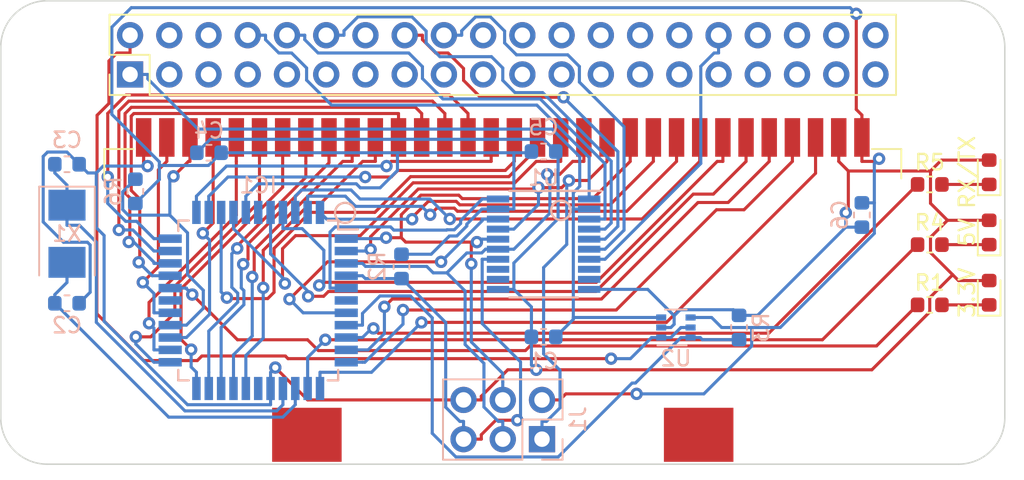
<source format=kicad_pcb>
(kicad_pcb (version 20171130) (host pcbnew "(5.1.5)-3")

  (general
    (thickness 1.6)
    (drawings 10)
    (tracks 690)
    (zones 0)
    (modules 26)
    (nets 92)
  )

  (page A4)
  (layers
    (0 F.Cu signal)
    (31 B.Cu signal)
    (32 B.Adhes user)
    (33 F.Adhes user)
    (34 B.Paste user)
    (35 F.Paste user)
    (36 B.SilkS user)
    (37 F.SilkS user)
    (38 B.Mask user)
    (39 F.Mask user)
    (40 Dwgs.User user)
    (41 Cmts.User user)
    (42 Eco1.User user)
    (43 Eco2.User user)
    (44 Edge.Cuts user)
    (45 Margin user)
    (46 B.CrtYd user)
    (47 F.CrtYd user)
    (48 B.Fab user)
    (49 F.Fab user)
  )

  (setup
    (last_trace_width 0.2)
    (trace_clearance 0.2)
    (zone_clearance 0.508)
    (zone_45_only no)
    (trace_min 0.2)
    (via_size 0.8)
    (via_drill 0.4)
    (via_min_size 0.4)
    (via_min_drill 0.3)
    (uvia_size 0.3)
    (uvia_drill 0.1)
    (uvias_allowed no)
    (uvia_min_size 0.2)
    (uvia_min_drill 0.1)
    (edge_width 0.1)
    (segment_width 0.2)
    (pcb_text_width 0.3)
    (pcb_text_size 1.5 1.5)
    (mod_edge_width 0.15)
    (mod_text_size 1 1)
    (mod_text_width 0.15)
    (pad_size 1.524 1.524)
    (pad_drill 0.762)
    (pad_to_mask_clearance 0)
    (aux_axis_origin 0 0)
    (visible_elements 7FFFFFFF)
    (pcbplotparams
      (layerselection 0x010fc_ffffffff)
      (usegerberextensions false)
      (usegerberattributes false)
      (usegerberadvancedattributes false)
      (creategerberjobfile false)
      (excludeedgelayer true)
      (linewidth 0.100000)
      (plotframeref false)
      (viasonmask false)
      (mode 1)
      (useauxorigin false)
      (hpglpennumber 1)
      (hpglpenspeed 20)
      (hpglpendiameter 15.000000)
      (psnegative false)
      (psa4output false)
      (plotreference true)
      (plotvalue true)
      (plotinvisibletext false)
      (padsonsilk false)
      (subtractmaskfromsilk false)
      (outputformat 1)
      (mirror false)
      (drillshape 0)
      (scaleselection 1)
      (outputdirectory "Gerbers/"))
  )

  (net 0 "")
  (net 1 GND)
  (net 2 "Net-(C2-Pad1)")
  (net 3 5V)
  (net 4 3.3V)
  (net 5 VCC)
  (net 6 /A4)
  (net 7 /A3)
  (net 8 /A2)
  (net 9 /A1)
  (net 10 /A0)
  (net 11 "Net-(IC1-Pad39)")
  (net 12 /A8)
  (net 13 /A9)
  (net 14 /A10)
  (net 15 /A11)
  (net 16 /A12)
  (net 17 /A13)
  (net 18 /A14)
  (net 19 /A15)
  (net 20 "Net-(IC1-Pad29)")
  (net 21 "Net-(IC1-Pad28)")
  (net 22 /AUDIO_IN)
  (net 23 /*RESET/CS2)
  (net 24 /D7)
  (net 25 /D6)
  (net 26 /D5)
  (net 27 /D4)
  (net 28 /D3)
  (net 29 /D2)
  (net 30 /D1)
  (net 31 /D0)
  (net 32 "Net-(IC1-Pad17)")
  (net 33 "Net-(IC1-Pad13)")
  (net 34 /*WR)
  (net 35 /*RD)
  (net 36 /*MREQ/CS)
  (net 37 "Net-(IC1-Pad9)")
  (net 38 /SPDT_SEL)
  (net 39 /ATMEGA_TX_OUT)
  (net 40 "Net-(IC1-Pad6)")
  (net 41 /ATMEGA_RX_OUT)
  (net 42 /RESET)
  (net 43 /A7/SCK)
  (net 44 /A6/MISO)
  (net 45 /A5/MOSI)
  (net 46 "Net-(J0-Pad20)")
  (net 47 "Net-(J0-Pad19)")
  (net 48 "Net-(J0-Pad17)")
  (net 49 "Net-(J0-Pad15)")
  (net 50 "Net-(J0-Pad14)")
  (net 51 "Net-(J0-Pad13)")
  (net 52 "Net-(J0-Pad11)")
  (net 53 "Net-(J0-Pad9)")
  (net 54 "Net-(J0-Pad7)")
  (net 55 "Net-(J0-Pad5)")
  (net 56 "Net-(J0-Pad3)")
  (net 57 "Net-(LED1-Pad1)")
  (net 58 "Net-(LED2-Pad1)")
  (net 59 "Net-(LED3-Pad1)")
  (net 60 "Net-(J0-Pad40)")
  (net 61 "Net-(J0-Pad39)")
  (net 62 "Net-(J0-Pad38)")
  (net 63 "Net-(J0-Pad37)")
  (net 64 "Net-(J0-Pad36)")
  (net 65 "Net-(J0-Pad35)")
  (net 66 "Net-(J0-Pad34)")
  (net 67 "Net-(J0-Pad33)")
  (net 68 "Net-(J0-Pad31)")
  (net 69 "Net-(J0-Pad30)")
  (net 70 "Net-(J0-Pad29)")
  (net 71 "Net-(J0-Pad28)")
  (net 72 "Net-(J0-Pad27)")
  (net 73 "Net-(J0-Pad26)")
  (net 74 "Net-(J0-Pad25)")
  (net 75 "Net-(J0-Pad24)")
  (net 76 "Net-(J0-Pad23)")
  (net 77 "Net-(J0-Pad22)")
  (net 78 "Net-(J0-Pad21)")
  (net 79 "Net-(C3-Pad1)")
  (net 80 /PI_RESET)
  (net 81 /PI_SCK)
  (net 82 /PI_MOSI)
  (net 83 /PI_MISO)
  (net 84 /PI_RX_IN)
  (net 85 /PI_TX_IN)
  (net 86 "Net-(J0-Pad6)")
  (net 87 "Net-(U1-Pad13)")
  (net 88 "Net-(U1-Pad12)")
  (net 89 "Net-(U1-Pad9)")
  (net 90 "Net-(U1-Pad8)")
  (net 91 "Net-(J0-Pad4)")

  (net_class Default "This is the default net class."
    (clearance 0.2)
    (trace_width 0.2)
    (via_dia 0.8)
    (via_drill 0.4)
    (uvia_dia 0.3)
    (uvia_drill 0.1)
    (add_net /*MREQ/CS)
    (add_net /*RD)
    (add_net /*RESET/CS2)
    (add_net /*WR)
    (add_net /A0)
    (add_net /A1)
    (add_net /A10)
    (add_net /A11)
    (add_net /A12)
    (add_net /A13)
    (add_net /A14)
    (add_net /A15)
    (add_net /A2)
    (add_net /A3)
    (add_net /A4)
    (add_net /A5/MOSI)
    (add_net /A6/MISO)
    (add_net /A7/SCK)
    (add_net /A8)
    (add_net /A9)
    (add_net /ATMEGA_RX_OUT)
    (add_net /ATMEGA_TX_OUT)
    (add_net /AUDIO_IN)
    (add_net /D0)
    (add_net /D1)
    (add_net /D2)
    (add_net /D3)
    (add_net /D4)
    (add_net /D5)
    (add_net /D6)
    (add_net /D7)
    (add_net /PI_MISO)
    (add_net /PI_MOSI)
    (add_net /PI_RESET)
    (add_net /PI_RX_IN)
    (add_net /PI_SCK)
    (add_net /PI_TX_IN)
    (add_net /RESET)
    (add_net /SPDT_SEL)
    (add_net 3.3V)
    (add_net 5V)
    (add_net GND)
    (add_net "Net-(C2-Pad1)")
    (add_net "Net-(C3-Pad1)")
    (add_net "Net-(IC1-Pad13)")
    (add_net "Net-(IC1-Pad17)")
    (add_net "Net-(IC1-Pad28)")
    (add_net "Net-(IC1-Pad29)")
    (add_net "Net-(IC1-Pad39)")
    (add_net "Net-(IC1-Pad6)")
    (add_net "Net-(IC1-Pad9)")
    (add_net "Net-(J0-Pad11)")
    (add_net "Net-(J0-Pad13)")
    (add_net "Net-(J0-Pad14)")
    (add_net "Net-(J0-Pad15)")
    (add_net "Net-(J0-Pad17)")
    (add_net "Net-(J0-Pad19)")
    (add_net "Net-(J0-Pad20)")
    (add_net "Net-(J0-Pad21)")
    (add_net "Net-(J0-Pad22)")
    (add_net "Net-(J0-Pad23)")
    (add_net "Net-(J0-Pad24)")
    (add_net "Net-(J0-Pad25)")
    (add_net "Net-(J0-Pad26)")
    (add_net "Net-(J0-Pad27)")
    (add_net "Net-(J0-Pad28)")
    (add_net "Net-(J0-Pad29)")
    (add_net "Net-(J0-Pad3)")
    (add_net "Net-(J0-Pad30)")
    (add_net "Net-(J0-Pad31)")
    (add_net "Net-(J0-Pad33)")
    (add_net "Net-(J0-Pad34)")
    (add_net "Net-(J0-Pad35)")
    (add_net "Net-(J0-Pad36)")
    (add_net "Net-(J0-Pad37)")
    (add_net "Net-(J0-Pad38)")
    (add_net "Net-(J0-Pad39)")
    (add_net "Net-(J0-Pad4)")
    (add_net "Net-(J0-Pad40)")
    (add_net "Net-(J0-Pad5)")
    (add_net "Net-(J0-Pad6)")
    (add_net "Net-(J0-Pad7)")
    (add_net "Net-(J0-Pad9)")
    (add_net "Net-(LED1-Pad1)")
    (add_net "Net-(LED2-Pad1)")
    (add_net "Net-(LED3-Pad1)")
    (add_net "Net-(U1-Pad12)")
    (add_net "Net-(U1-Pad13)")
    (add_net "Net-(U1-Pad8)")
    (add_net "Net-(U1-Pad9)")
    (add_net VCC)
  )

  (module Custom:RPi_Hat_Mounting_Hole (layer F.Cu) (tedit 55217CA2) (tstamp 5F11B925)
    (at 261.764 93.7507)
    (descr "Mounting hole, Befestigungsbohrung, 2,7mm, No Annular, Kein Restring,")
    (tags "Mounting hole, Befestigungsbohrung, 2,7mm, No Annular, Kein Restring,")
    (path /5F144456)
    (fp_text reference MH4 (at 0 -4.0005) (layer F.SilkS) hide
      (effects (font (size 1 1) (thickness 0.15)))
    )
    (fp_text value MountingHole (at 0.09906 3.59918) (layer F.Fab) hide
      (effects (font (size 1 1) (thickness 0.15)))
    )
    (fp_circle (center 0 0) (end 3.1 0) (layer B.CrtYd) (width 0.15))
    (fp_circle (center 0 0) (end 3.1 0) (layer F.CrtYd) (width 0.15))
    (fp_circle (center 0 0) (end 1.375 0) (layer B.Fab) (width 0.15))
    (fp_circle (center 0 0) (end 3.1 0) (layer B.Fab) (width 0.15))
    (fp_circle (center 0 0) (end 3.1 0) (layer F.Fab) (width 0.15))
    (fp_circle (center 0 0) (end 1.375 0) (layer F.Fab) (width 0.15))
    (pad "" np_thru_hole circle (at 0 0) (size 2.75 2.75) (drill 2.75) (layers *.Cu *.Mask)
      (solder_mask_margin 1.725) (clearance 1.725))
  )

  (module Custom:RPi_Hat_Mounting_Hole (layer F.Cu) (tedit 55217CA2) (tstamp 5F11B943)
    (at 261.764 70.7507)
    (descr "Mounting hole, Befestigungsbohrung, 2,7mm, No Annular, Kein Restring,")
    (tags "Mounting hole, Befestigungsbohrung, 2,7mm, No Annular, Kein Restring,")
    (path /5F140B4F)
    (fp_text reference MH3 (at 0 -4.0005) (layer F.SilkS) hide
      (effects (font (size 1 1) (thickness 0.15)))
    )
    (fp_text value MountingHole (at 0.09906 3.59918) (layer F.Fab) hide
      (effects (font (size 1 1) (thickness 0.15)))
    )
    (fp_circle (center 0 0) (end 3.1 0) (layer B.CrtYd) (width 0.15))
    (fp_circle (center 0 0) (end 3.1 0) (layer F.CrtYd) (width 0.15))
    (fp_circle (center 0 0) (end 1.375 0) (layer B.Fab) (width 0.15))
    (fp_circle (center 0 0) (end 3.1 0) (layer B.Fab) (width 0.15))
    (fp_circle (center 0 0) (end 3.1 0) (layer F.Fab) (width 0.15))
    (fp_circle (center 0 0) (end 1.375 0) (layer F.Fab) (width 0.15))
    (pad "" np_thru_hole circle (at 0 0) (size 2.75 2.75) (drill 2.75) (layers *.Cu *.Mask)
      (solder_mask_margin 1.725) (clearance 1.725))
  )

  (module Custom:RPi_Hat_Mounting_Hole (layer F.Cu) (tedit 55217CA2) (tstamp 5F11B939)
    (at 203.764 93.7507)
    (descr "Mounting hole, Befestigungsbohrung, 2,7mm, No Annular, Kein Restring,")
    (tags "Mounting hole, Befestigungsbohrung, 2,7mm, No Annular, Kein Restring,")
    (path /5F13D3DA)
    (fp_text reference MH2 (at 0 -4.0005) (layer F.SilkS) hide
      (effects (font (size 1 1) (thickness 0.15)))
    )
    (fp_text value MountingHole (at 0.09906 3.59918) (layer F.Fab) hide
      (effects (font (size 1 1) (thickness 0.15)))
    )
    (fp_circle (center 0 0) (end 3.1 0) (layer B.CrtYd) (width 0.15))
    (fp_circle (center 0 0) (end 3.1 0) (layer F.CrtYd) (width 0.15))
    (fp_circle (center 0 0) (end 1.375 0) (layer B.Fab) (width 0.15))
    (fp_circle (center 0 0) (end 3.1 0) (layer B.Fab) (width 0.15))
    (fp_circle (center 0 0) (end 3.1 0) (layer F.Fab) (width 0.15))
    (fp_circle (center 0 0) (end 1.375 0) (layer F.Fab) (width 0.15))
    (pad "" np_thru_hole circle (at 0 0) (size 2.75 2.75) (drill 2.75) (layers *.Cu *.Mask)
      (solder_mask_margin 1.725) (clearance 1.725))
  )

  (module Custom:RPi_Hat_Mounting_Hole (layer F.Cu) (tedit 55217CA2) (tstamp 5F11B92F)
    (at 203.764 70.7507)
    (descr "Mounting hole, Befestigungsbohrung, 2,7mm, No Annular, Kein Restring,")
    (tags "Mounting hole, Befestigungsbohrung, 2,7mm, No Annular, Kein Restring,")
    (path /5F13C7A5)
    (fp_text reference MH1 (at 0 -4.0005) (layer F.SilkS) hide
      (effects (font (size 1 1) (thickness 0.15)))
    )
    (fp_text value MountingHole (at 0.09906 3.59918) (layer F.Fab) hide
      (effects (font (size 1 1) (thickness 0.15)))
    )
    (fp_circle (center 0 0) (end 3.1 0) (layer B.CrtYd) (width 0.15))
    (fp_circle (center 0 0) (end 3.1 0) (layer F.CrtYd) (width 0.15))
    (fp_circle (center 0 0) (end 1.375 0) (layer B.Fab) (width 0.15))
    (fp_circle (center 0 0) (end 3.1 0) (layer B.Fab) (width 0.15))
    (fp_circle (center 0 0) (end 3.1 0) (layer F.Fab) (width 0.15))
    (fp_circle (center 0 0) (end 1.375 0) (layer F.Fab) (width 0.15))
    (pad "" np_thru_hole circle (at 0 0) (size 2.75 2.75) (drill 2.75) (layers *.Cu *.Mask)
      (solder_mask_margin 1.725) (clearance 1.725))
  )

  (module LED_SMD:LED_0603_1608Metric (layer F.Cu) (tedit 5B301BBE) (tstamp 5F105542)
    (at 264.252 82.2507 90)
    (descr "LED SMD 0603 (1608 Metric), square (rectangular) end terminal, IPC_7351 nominal, (Body size source: http://www.tortai-tech.com/upload/download/2011102023233369053.pdf), generated with kicad-footprint-generator")
    (tags diode)
    (path /32E3883C)
    (attr smd)
    (fp_text reference 5V (at 0 -1.43 90) (layer F.SilkS)
      (effects (font (size 1 1) (thickness 0.15)))
    )
    (fp_text value "5V LED" (at 0 1.43 90) (layer F.Fab)
      (effects (font (size 1 1) (thickness 0.15)))
    )
    (fp_line (start 0.8 -0.4) (end -0.5 -0.4) (layer F.Fab) (width 0.1))
    (fp_line (start -0.5 -0.4) (end -0.8 -0.1) (layer F.Fab) (width 0.1))
    (fp_line (start -0.8 -0.1) (end -0.8 0.4) (layer F.Fab) (width 0.1))
    (fp_line (start -0.8 0.4) (end 0.8 0.4) (layer F.Fab) (width 0.1))
    (fp_line (start 0.8 0.4) (end 0.8 -0.4) (layer F.Fab) (width 0.1))
    (fp_line (start 0.8 -0.735) (end -1.485 -0.735) (layer F.SilkS) (width 0.12))
    (fp_line (start -1.485 -0.735) (end -1.485 0.735) (layer F.SilkS) (width 0.12))
    (fp_line (start -1.485 0.735) (end 0.8 0.735) (layer F.SilkS) (width 0.12))
    (fp_line (start -1.48 0.73) (end -1.48 -0.73) (layer F.CrtYd) (width 0.05))
    (fp_line (start -1.48 -0.73) (end 1.48 -0.73) (layer F.CrtYd) (width 0.05))
    (fp_line (start 1.48 -0.73) (end 1.48 0.73) (layer F.CrtYd) (width 0.05))
    (fp_line (start 1.48 0.73) (end -1.48 0.73) (layer F.CrtYd) (width 0.05))
    (fp_text user %R (at 0 0 90) (layer F.Fab)
      (effects (font (size 0.4 0.4) (thickness 0.06)))
    )
    (pad 1 smd roundrect (at -0.7875 0 90) (size 0.875 0.95) (layers F.Cu F.Paste F.Mask) (roundrect_rratio 0.25)
      (net 58 "Net-(LED2-Pad1)"))
    (pad 2 smd roundrect (at 0.7875 0 90) (size 0.875 0.95) (layers F.Cu F.Paste F.Mask) (roundrect_rratio 0.25)
      (net 1 GND))
    (model ${KISYS3DMOD}/LED_SMD.3dshapes/LED_0603_1608Metric.wrl
      (at (xyz 0 0 0))
      (scale (xyz 1 1 1))
      (rotate (xyz 0 0 0))
    )
  )

  (module LED_SMD:LED_0603_1608Metric (layer F.Cu) (tedit 5B301BBE) (tstamp 5F10552F)
    (at 264.252 86.1507 90)
    (descr "LED SMD 0603 (1608 Metric), square (rectangular) end terminal, IPC_7351 nominal, (Body size source: http://www.tortai-tech.com/upload/download/2011102023233369053.pdf), generated with kicad-footprint-generator")
    (tags diode)
    (path /DF8D3AC8)
    (attr smd)
    (fp_text reference 3.3V (at 0 -1.43 90) (layer F.SilkS)
      (effects (font (size 1 1) (thickness 0.15)))
    )
    (fp_text value "3.3V LED" (at 0 1.43 90) (layer F.Fab)
      (effects (font (size 1 1) (thickness 0.15)))
    )
    (fp_line (start 0.8 -0.4) (end -0.5 -0.4) (layer F.Fab) (width 0.1))
    (fp_line (start -0.5 -0.4) (end -0.8 -0.1) (layer F.Fab) (width 0.1))
    (fp_line (start -0.8 -0.1) (end -0.8 0.4) (layer F.Fab) (width 0.1))
    (fp_line (start -0.8 0.4) (end 0.8 0.4) (layer F.Fab) (width 0.1))
    (fp_line (start 0.8 0.4) (end 0.8 -0.4) (layer F.Fab) (width 0.1))
    (fp_line (start 0.8 -0.735) (end -1.485 -0.735) (layer F.SilkS) (width 0.12))
    (fp_line (start -1.485 -0.735) (end -1.485 0.735) (layer F.SilkS) (width 0.12))
    (fp_line (start -1.485 0.735) (end 0.8 0.735) (layer F.SilkS) (width 0.12))
    (fp_line (start -1.48 0.73) (end -1.48 -0.73) (layer F.CrtYd) (width 0.05))
    (fp_line (start -1.48 -0.73) (end 1.48 -0.73) (layer F.CrtYd) (width 0.05))
    (fp_line (start 1.48 -0.73) (end 1.48 0.73) (layer F.CrtYd) (width 0.05))
    (fp_line (start 1.48 0.73) (end -1.48 0.73) (layer F.CrtYd) (width 0.05))
    (fp_text user %R (at 0 0 90) (layer F.Fab)
      (effects (font (size 0.4 0.4) (thickness 0.06)))
    )
    (pad 1 smd roundrect (at -0.7875 0 90) (size 0.875 0.95) (layers F.Cu F.Paste F.Mask) (roundrect_rratio 0.25)
      (net 57 "Net-(LED1-Pad1)"))
    (pad 2 smd roundrect (at 0.7875 0 90) (size 0.875 0.95) (layers F.Cu F.Paste F.Mask) (roundrect_rratio 0.25)
      (net 1 GND))
    (model ${KISYS3DMOD}/LED_SMD.3dshapes/LED_0603_1608Metric.wrl
      (at (xyz 0 0 0))
      (scale (xyz 1 1 1))
      (rotate (xyz 0 0 0))
    )
  )

  (module LED_SMD:LED_0603_1608Metric (layer F.Cu) (tedit 5B301BBE) (tstamp 5F10551C)
    (at 264.252 78.3532 90)
    (descr "LED SMD 0603 (1608 Metric), square (rectangular) end terminal, IPC_7351 nominal, (Body size source: http://www.tortai-tech.com/upload/download/2011102023233369053.pdf), generated with kicad-footprint-generator")
    (tags diode)
    (path /FF4C53D1)
    (attr smd)
    (fp_text reference RX/TX (at 0 -1.43 90) (layer F.SilkS)
      (effects (font (size 1 1) (thickness 0.15)))
    )
    (fp_text value "RX/TX LED" (at 0 1.43 90) (layer F.Fab)
      (effects (font (size 1 1) (thickness 0.15)))
    )
    (fp_line (start 0.8 -0.4) (end -0.5 -0.4) (layer F.Fab) (width 0.1))
    (fp_line (start -0.5 -0.4) (end -0.8 -0.1) (layer F.Fab) (width 0.1))
    (fp_line (start -0.8 -0.1) (end -0.8 0.4) (layer F.Fab) (width 0.1))
    (fp_line (start -0.8 0.4) (end 0.8 0.4) (layer F.Fab) (width 0.1))
    (fp_line (start 0.8 0.4) (end 0.8 -0.4) (layer F.Fab) (width 0.1))
    (fp_line (start 0.8 -0.735) (end -1.485 -0.735) (layer F.SilkS) (width 0.12))
    (fp_line (start -1.485 -0.735) (end -1.485 0.735) (layer F.SilkS) (width 0.12))
    (fp_line (start -1.485 0.735) (end 0.8 0.735) (layer F.SilkS) (width 0.12))
    (fp_line (start -1.48 0.73) (end -1.48 -0.73) (layer F.CrtYd) (width 0.05))
    (fp_line (start -1.48 -0.73) (end 1.48 -0.73) (layer F.CrtYd) (width 0.05))
    (fp_line (start 1.48 -0.73) (end 1.48 0.73) (layer F.CrtYd) (width 0.05))
    (fp_line (start 1.48 0.73) (end -1.48 0.73) (layer F.CrtYd) (width 0.05))
    (fp_text user %R (at 0 -0.2 90) (layer F.Fab)
      (effects (font (size 0.4 0.4) (thickness 0.06)))
    )
    (pad 1 smd roundrect (at -0.7875 0 90) (size 0.875 0.95) (layers F.Cu F.Paste F.Mask) (roundrect_rratio 0.25)
      (net 59 "Net-(LED3-Pad1)"))
    (pad 2 smd roundrect (at 0.7875 0 90) (size 0.875 0.95) (layers F.Cu F.Paste F.Mask) (roundrect_rratio 0.25)
      (net 1 GND))
    (model ${KISYS3DMOD}/LED_SMD.3dshapes/LED_0603_1608Metric.wrl
      (at (xyz 0 0 0))
      (scale (xyz 1 1 1))
      (rotate (xyz 0 0 0))
    )
  )

  (module Custom:DSL_Cartridge_Reader (layer F.Cu) (tedit 5F11B589) (tstamp 5F105626)
    (at 232.764 81.8497 180)
    (descr "Game Boy cartridge slot, DealExtreme 37787")
    (tags "gameboy cartridge slot")
    (path /89E33A62)
    (attr smd)
    (fp_text reference U$1 (at 0 1.7272 180) (layer F.SilkS) hide
      (effects (font (size 1 1) (thickness 0.15)))
    )
    (fp_text value GB_CARTWITH_HOLES (at 0 -11) (layer F.Fab)
      (effects (font (size 1 1) (thickness 0.15)))
    )
    (fp_line (start 25.8 5) (end 25.8 3.1) (layer F.SilkS) (width 0.12))
    (fp_line (start 23.9 5) (end 25.8 5) (layer F.SilkS) (width 0.12))
    (fp_line (start 23.8 4.8) (end 25.6 4.8) (layer F.Fab) (width 0.1))
    (fp_line (start -23.8 4.8) (end -25.6 4.8) (layer F.Fab) (width 0.1))
    (fp_line (start 25.6 4.8) (end 25.6 -8.9916) (layer F.Fab) (width 0.1))
    (fp_line (start -25.6032 -9) (end 25.603269 -9) (layer F.Fab) (width 0.1))
    (fp_line (start -23.9 5) (end -25.8 5) (layer F.SilkS) (width 0.12))
    (fp_line (start -25.8 5) (end -25.8 3.1) (layer F.SilkS) (width 0.12))
    (fp_line (start -26.10104 -9.5) (end 26.085825 -9.5) (layer F.CrtYd) (width 0.05))
    (fp_line (start -26.1 7.5) (end 26.1 7.5) (layer F.CrtYd) (width 0.05))
    (fp_line (start 26.1 7.5) (end 26.1 -9.499603) (layer F.CrtYd) (width 0.05))
    (fp_text user %R (at 0 -1) (layer F.Fab)
      (effects (font (size 2 2) (thickness 0.2)))
    )
    (fp_line (start -26.1 7.49808) (end -26.10104 -9.5) (layer F.CrtYd) (width 0.05))
    (fp_line (start -25.6 4.8) (end -25.6 -9) (layer F.Fab) (width 0.1))
    (pad 32 smd rect (at 23.25 5.75 180) (size 1 2.5) (layers F.Cu F.Paste F.Mask)
      (net 1 GND))
    (pad 31 smd rect (at 21.75 5.75 180) (size 1 2.5) (layers F.Cu F.Paste F.Mask)
      (net 22 /AUDIO_IN))
    (pad 30 smd rect (at 20.25 5.75 180) (size 1 2.5) (layers F.Cu F.Paste F.Mask)
      (net 23 /*RESET/CS2))
    (pad 29 smd rect (at 18.75 5.75 180) (size 1 2.5) (layers F.Cu F.Paste F.Mask)
      (net 24 /D7))
    (pad 28 smd rect (at 17.25 5.75 180) (size 1 2.5) (layers F.Cu F.Paste F.Mask)
      (net 25 /D6))
    (pad 27 smd rect (at 15.75 5.75 180) (size 1 2.5) (layers F.Cu F.Paste F.Mask)
      (net 26 /D5))
    (pad 26 smd rect (at 14.25 5.75 180) (size 1 2.5) (layers F.Cu F.Paste F.Mask)
      (net 27 /D4))
    (pad 25 smd rect (at 12.75 5.75 180) (size 1 2.5) (layers F.Cu F.Paste F.Mask)
      (net 28 /D3))
    (pad 24 smd rect (at 11.25 5.75 180) (size 1 2.5) (layers F.Cu F.Paste F.Mask)
      (net 29 /D2))
    (pad 23 smd rect (at 9.75 5.75 180) (size 1 2.5) (layers F.Cu F.Paste F.Mask)
      (net 30 /D1))
    (pad 22 smd rect (at 8.25 5.75 180) (size 1 2.5) (layers F.Cu F.Paste F.Mask)
      (net 31 /D0))
    (pad 21 smd rect (at 6.75 5.75 180) (size 1 2.5) (layers F.Cu F.Paste F.Mask)
      (net 19 /A15))
    (pad 20 smd rect (at 5.25 5.75 180) (size 1 2.5) (layers F.Cu F.Paste F.Mask)
      (net 18 /A14))
    (pad 19 smd rect (at 3.75 5.75 180) (size 1 2.5) (layers F.Cu F.Paste F.Mask)
      (net 17 /A13))
    (pad 18 smd rect (at 2.25 5.75 180) (size 1 2.5) (layers F.Cu F.Paste F.Mask)
      (net 16 /A12))
    (pad 17 smd rect (at 0.75 5.75 180) (size 1 2.5) (layers F.Cu F.Paste F.Mask)
      (net 15 /A11))
    (pad 16 smd rect (at -0.75 5.75 180) (size 1 2.5) (layers F.Cu F.Paste F.Mask)
      (net 14 /A10))
    (pad 14 smd rect (at -3.75 5.75 180) (size 1 2.5) (layers F.Cu F.Paste F.Mask)
      (net 12 /A8))
    (pad 13 smd rect (at -5.25 5.75 180) (size 1 2.5) (layers F.Cu F.Paste F.Mask)
      (net 43 /A7/SCK))
    (pad 12 smd rect (at -6.75 5.75 180) (size 1 2.5) (layers F.Cu F.Paste F.Mask)
      (net 44 /A6/MISO))
    (pad 11 smd rect (at -8.25 5.75 180) (size 1 2.5) (layers F.Cu F.Paste F.Mask)
      (net 45 /A5/MOSI))
    (pad 10 smd rect (at -9.75 5.75 180) (size 1 2.5) (layers F.Cu F.Paste F.Mask)
      (net 6 /A4))
    (pad 9 smd rect (at -11.25 5.75 180) (size 1 2.5) (layers F.Cu F.Paste F.Mask)
      (net 7 /A3))
    (pad 8 smd rect (at -12.75 5.75 180) (size 1 2.5) (layers F.Cu F.Paste F.Mask)
      (net 8 /A2))
    (pad 7 smd rect (at -14.25 5.75 180) (size 1 2.5) (layers F.Cu F.Paste F.Mask)
      (net 9 /A1))
    (pad 6 smd rect (at -15.75 5.75 180) (size 1 2.5) (layers F.Cu F.Paste F.Mask)
      (net 10 /A0))
    (pad 5 smd rect (at -17.25 5.75 180) (size 1 2.5) (layers F.Cu F.Paste F.Mask)
      (net 36 /*MREQ/CS))
    (pad 4 smd rect (at -18.75 5.75 180) (size 1 2.5) (layers F.Cu F.Paste F.Mask)
      (net 35 /*RD))
    (pad 3 smd rect (at -20.25 5.75 180) (size 1 2.5) (layers F.Cu F.Paste F.Mask)
      (net 34 /*WR))
    (pad 2 smd rect (at -21.75 5.75 180) (size 1 2.5) (layers F.Cu F.Paste F.Mask)
      (net 1 GND))
    (pad 15 smd rect (at -2.25 5.75 180) (size 1 2.5) (layers F.Cu F.Paste F.Mask)
      (net 13 /A9))
    (pad 1 smd rect (at -23.25 5.75 180) (size 1 2.5) (layers F.Cu F.Paste F.Mask)
      (net 5 VCC))
    (pad GND smd rect (at -12.68204 -13.50016 180) (size 4.5 3.5) (layers F.Cu F.Paste F.Mask))
    (pad GND smd rect (at 12.68204 -13.50016 180) (size 4.5 3.5) (layers F.Cu F.Paste F.Mask))
    (pad "" np_thru_hole circle (at 12.93204 -2.04724 180) (size 2 2) (drill 2) (layers *.Cu *.Mask))
    (pad "" np_thru_hole circle (at -12.93204 -2.04724 180) (size 2 2) (drill 2) (layers *.Cu *.Mask))
    (model ${KISYS3DMOD}/Gekkio_Connector_PCBEdge.3dshapes/GameBoy_Cartridge_DX-37787_1x32_P1.50mm_Socket_Horizontal.wrl
      (at (xyz 0 0 0))
      (scale (xyz 1 1 1))
      (rotate (xyz 0 0 0))
    )
  )

  (module Capacitor_SMD:C_0603_1608Metric (layer B.Cu) (tedit 5B301BBE) (tstamp 5F123087)
    (at 235.407 89.0097 180)
    (descr "Capacitor SMD 0603 (1608 Metric), square (rectangular) end terminal, IPC_7351 nominal, (Body size source: http://www.tortai-tech.com/upload/download/2011102023233369053.pdf), generated with kicad-footprint-generator")
    (tags capacitor)
    (path /5F3B8FC4)
    (attr smd)
    (fp_text reference C1 (at 0 -1.57) (layer B.SilkS)
      (effects (font (size 1 1) (thickness 0.15)) (justify mirror))
    )
    (fp_text value 0.1uF (at 0 -1.43) (layer B.Fab)
      (effects (font (size 1 1) (thickness 0.15)) (justify mirror))
    )
    (fp_text user %R (at 0 0) (layer B.Fab)
      (effects (font (size 0.4 0.4) (thickness 0.06)) (justify mirror))
    )
    (fp_line (start 1.48 -0.73) (end -1.48 -0.73) (layer B.CrtYd) (width 0.05))
    (fp_line (start 1.48 0.73) (end 1.48 -0.73) (layer B.CrtYd) (width 0.05))
    (fp_line (start -1.48 0.73) (end 1.48 0.73) (layer B.CrtYd) (width 0.05))
    (fp_line (start -1.48 -0.73) (end -1.48 0.73) (layer B.CrtYd) (width 0.05))
    (fp_line (start -0.162779 -0.51) (end 0.162779 -0.51) (layer B.SilkS) (width 0.12))
    (fp_line (start -0.162779 0.51) (end 0.162779 0.51) (layer B.SilkS) (width 0.12))
    (fp_line (start 0.8 -0.4) (end -0.8 -0.4) (layer B.Fab) (width 0.1))
    (fp_line (start 0.8 0.4) (end 0.8 -0.4) (layer B.Fab) (width 0.1))
    (fp_line (start -0.8 0.4) (end 0.8 0.4) (layer B.Fab) (width 0.1))
    (fp_line (start -0.8 -0.4) (end -0.8 0.4) (layer B.Fab) (width 0.1))
    (pad 2 smd roundrect (at 0.7875 0 180) (size 0.875 0.95) (layers B.Cu B.Paste B.Mask) (roundrect_rratio 0.25)
      (net 1 GND))
    (pad 1 smd roundrect (at -0.7875 0 180) (size 0.875 0.95) (layers B.Cu B.Paste B.Mask) (roundrect_rratio 0.25)
      (net 4 3.3V))
    (model ${KISYS3DMOD}/Capacitor_SMD.3dshapes/C_0603_1608Metric.wrl
      (at (xyz 0 0 0))
      (scale (xyz 1 1 1))
      (rotate (xyz 0 0 0))
    )
  )

  (module Package_TO_SOT_SMD:SOT-363_SC-70-6 (layer B.Cu) (tedit 5A02FF57) (tstamp 5F122631)
    (at 243.972 88.4047)
    (descr "SOT-363, SC-70-6")
    (tags "SOT-363 SC-70-6")
    (path /AA9079E4)
    (attr smd)
    (fp_text reference U2 (at 0 2) (layer B.SilkS)
      (effects (font (size 1 1) (thickness 0.15)) (justify mirror))
    )
    (fp_text value NLAS4157 (at 0 -2 180) (layer B.Fab)
      (effects (font (size 1 1) (thickness 0.15)) (justify mirror))
    )
    (fp_line (start -0.175 1.1) (end -0.675 0.6) (layer B.Fab) (width 0.1))
    (fp_line (start 0.675 -1.1) (end -0.675 -1.1) (layer B.Fab) (width 0.1))
    (fp_line (start 0.675 1.1) (end 0.675 -1.1) (layer B.Fab) (width 0.1))
    (fp_line (start -1.6 -1.4) (end 1.6 -1.4) (layer B.CrtYd) (width 0.05))
    (fp_line (start -0.675 0.6) (end -0.675 -1.1) (layer B.Fab) (width 0.1))
    (fp_line (start 0.675 1.1) (end -0.175 1.1) (layer B.Fab) (width 0.1))
    (fp_line (start -1.6 1.4) (end 1.6 1.4) (layer B.CrtYd) (width 0.05))
    (fp_line (start -1.6 1.4) (end -1.6 -1.4) (layer B.CrtYd) (width 0.05))
    (fp_line (start 1.6 -1.4) (end 1.6 1.4) (layer B.CrtYd) (width 0.05))
    (fp_line (start -0.7 -1.16) (end 0.7 -1.16) (layer B.SilkS) (width 0.12))
    (fp_line (start 0.7 1.16) (end -1.2 1.16) (layer B.SilkS) (width 0.12))
    (fp_text user %R (at 0 0 270) (layer B.Fab)
      (effects (font (size 0.5 0.5) (thickness 0.075)) (justify mirror))
    )
    (pad 6 smd rect (at 0.95 0.65) (size 0.65 0.4) (layers B.Cu B.Paste B.Mask)
      (net 38 /SPDT_SEL))
    (pad 4 smd rect (at 0.95 -0.65) (size 0.65 0.4) (layers B.Cu B.Paste B.Mask)
      (net 5 VCC))
    (pad 2 smd rect (at -0.95 0) (size 0.65 0.4) (layers B.Cu B.Paste B.Mask)
      (net 1 GND))
    (pad 5 smd rect (at 0.95 0) (size 0.65 0.4) (layers B.Cu B.Paste B.Mask)
      (net 3 5V))
    (pad 3 smd rect (at -0.95 -0.65) (size 0.65 0.4) (layers B.Cu B.Paste B.Mask)
      (net 4 3.3V))
    (pad 1 smd rect (at -0.95 0.65) (size 0.65 0.4) (layers B.Cu B.Paste B.Mask)
      (net 3 5V))
    (model ${KISYS3DMOD}/Package_TO_SOT_SMD.3dshapes/SOT-363_SC-70-6.wrl
      (at (xyz 0 0 0))
      (scale (xyz 1 1 1))
      (rotate (xyz 0 0 0))
    )
  )

  (module Package_SO:TSSOP-20_4.4x6.5mm_P0.65mm (layer B.Cu) (tedit 5A02F25C) (tstamp 5F12261B)
    (at 235.407 83.0097 180)
    (descr "20-Lead Plastic Thin Shrink Small Outline (ST)-4.4 mm Body [TSSOP] (see Microchip Packaging Specification 00000049BS.pdf)")
    (tags "SSOP 0.65")
    (path /5F2A6660)
    (attr smd)
    (fp_text reference U1 (at 0 4.3) (layer B.SilkS)
      (effects (font (size 1 1) (thickness 0.15)) (justify mirror))
    )
    (fp_text value TXB0108PWR (at 0 -4.3) (layer B.Fab)
      (effects (font (size 1 1) (thickness 0.15)) (justify mirror))
    )
    (fp_text user %R (at 0 0) (layer B.Fab)
      (effects (font (size 0.8 0.8) (thickness 0.15)) (justify mirror))
    )
    (fp_line (start -3.75 3.45) (end 2.225 3.45) (layer B.SilkS) (width 0.15))
    (fp_line (start -2.225 -3.45) (end 2.225 -3.45) (layer B.SilkS) (width 0.15))
    (fp_line (start -3.95 -3.55) (end 3.95 -3.55) (layer B.CrtYd) (width 0.05))
    (fp_line (start -3.95 3.55) (end 3.95 3.55) (layer B.CrtYd) (width 0.05))
    (fp_line (start 3.95 3.55) (end 3.95 -3.55) (layer B.CrtYd) (width 0.05))
    (fp_line (start -3.95 3.55) (end -3.95 -3.55) (layer B.CrtYd) (width 0.05))
    (fp_line (start -2.2 2.25) (end -1.2 3.25) (layer B.Fab) (width 0.15))
    (fp_line (start -2.2 -3.25) (end -2.2 2.25) (layer B.Fab) (width 0.15))
    (fp_line (start 2.2 -3.25) (end -2.2 -3.25) (layer B.Fab) (width 0.15))
    (fp_line (start 2.2 3.25) (end 2.2 -3.25) (layer B.Fab) (width 0.15))
    (fp_line (start -1.2 3.25) (end 2.2 3.25) (layer B.Fab) (width 0.15))
    (pad 20 smd rect (at 2.95 2.925 180) (size 1.45 0.45) (layers B.Cu B.Paste B.Mask)
      (net 41 /ATMEGA_RX_OUT))
    (pad 19 smd rect (at 2.95 2.275 180) (size 1.45 0.45) (layers B.Cu B.Paste B.Mask)
      (net 5 VCC))
    (pad 18 smd rect (at 2.95 1.625 180) (size 1.45 0.45) (layers B.Cu B.Paste B.Mask)
      (net 39 /ATMEGA_TX_OUT))
    (pad 17 smd rect (at 2.95 0.975 180) (size 1.45 0.45) (layers B.Cu B.Paste B.Mask)
      (net 44 /A6/MISO))
    (pad 16 smd rect (at 2.95 0.325 180) (size 1.45 0.45) (layers B.Cu B.Paste B.Mask)
      (net 45 /A5/MOSI))
    (pad 15 smd rect (at 2.95 -0.325 180) (size 1.45 0.45) (layers B.Cu B.Paste B.Mask)
      (net 43 /A7/SCK))
    (pad 14 smd rect (at 2.95 -0.975 180) (size 1.45 0.45) (layers B.Cu B.Paste B.Mask)
      (net 42 /RESET))
    (pad 13 smd rect (at 2.95 -1.625 180) (size 1.45 0.45) (layers B.Cu B.Paste B.Mask)
      (net 87 "Net-(U1-Pad13)"))
    (pad 12 smd rect (at 2.95 -2.275 180) (size 1.45 0.45) (layers B.Cu B.Paste B.Mask)
      (net 88 "Net-(U1-Pad12)"))
    (pad 11 smd rect (at 2.95 -2.925 180) (size 1.45 0.45) (layers B.Cu B.Paste B.Mask)
      (net 1 GND))
    (pad 10 smd rect (at -2.95 -2.925 180) (size 1.45 0.45) (layers B.Cu B.Paste B.Mask)
      (net 1 GND))
    (pad 9 smd rect (at -2.95 -2.275 180) (size 1.45 0.45) (layers B.Cu B.Paste B.Mask)
      (net 89 "Net-(U1-Pad9)"))
    (pad 8 smd rect (at -2.95 -1.625 180) (size 1.45 0.45) (layers B.Cu B.Paste B.Mask)
      (net 90 "Net-(U1-Pad8)"))
    (pad 7 smd rect (at -2.95 -0.975 180) (size 1.45 0.45) (layers B.Cu B.Paste B.Mask)
      (net 80 /PI_RESET))
    (pad 6 smd rect (at -2.95 -0.325 180) (size 1.45 0.45) (layers B.Cu B.Paste B.Mask)
      (net 81 /PI_SCK))
    (pad 5 smd rect (at -2.95 0.325 180) (size 1.45 0.45) (layers B.Cu B.Paste B.Mask)
      (net 82 /PI_MOSI))
    (pad 4 smd rect (at -2.95 0.975 180) (size 1.45 0.45) (layers B.Cu B.Paste B.Mask)
      (net 83 /PI_MISO))
    (pad 3 smd rect (at -2.95 1.625 180) (size 1.45 0.45) (layers B.Cu B.Paste B.Mask)
      (net 85 /PI_TX_IN))
    (pad 2 smd rect (at -2.95 2.275 180) (size 1.45 0.45) (layers B.Cu B.Paste B.Mask)
      (net 4 3.3V))
    (pad 1 smd rect (at -2.95 2.925 180) (size 1.45 0.45) (layers B.Cu B.Paste B.Mask)
      (net 84 /PI_RX_IN))
    (model ${KISYS3DMOD}/Package_SO.3dshapes/TSSOP-20_4.4x6.5mm_P0.65mm.wrl
      (at (xyz 0 0 0))
      (scale (xyz 1 1 1))
      (rotate (xyz 0 0 0))
    )
  )

  (module Resistor_SMD:R_0603_1608Metric (layer B.Cu) (tedit 5B301BBD) (tstamp 5F1225F7)
    (at 208.976 79.5909 270)
    (descr "Resistor SMD 0603 (1608 Metric), square (rectangular) end terminal, IPC_7351 nominal, (Body size source: http://www.tortai-tech.com/upload/download/2011102023233369053.pdf), generated with kicad-footprint-generator")
    (tags resistor)
    (path /91847459)
    (attr smd)
    (fp_text reference R6 (at 0 1.43 90) (layer B.SilkS)
      (effects (font (size 1 1) (thickness 0.15)) (justify mirror))
    )
    (fp_text value 10K (at 0 -1.43 90) (layer B.Fab)
      (effects (font (size 1 1) (thickness 0.15)) (justify mirror))
    )
    (fp_text user %R (at 0 0 90) (layer B.Fab)
      (effects (font (size 0.4 0.4) (thickness 0.06)) (justify mirror))
    )
    (fp_line (start 1.48 -0.73) (end -1.48 -0.73) (layer B.CrtYd) (width 0.05))
    (fp_line (start 1.48 0.73) (end 1.48 -0.73) (layer B.CrtYd) (width 0.05))
    (fp_line (start -1.48 0.73) (end 1.48 0.73) (layer B.CrtYd) (width 0.05))
    (fp_line (start -1.48 -0.73) (end -1.48 0.73) (layer B.CrtYd) (width 0.05))
    (fp_line (start -0.162779 -0.51) (end 0.162779 -0.51) (layer B.SilkS) (width 0.12))
    (fp_line (start -0.162779 0.51) (end 0.162779 0.51) (layer B.SilkS) (width 0.12))
    (fp_line (start 0.8 -0.4) (end -0.8 -0.4) (layer B.Fab) (width 0.1))
    (fp_line (start 0.8 0.4) (end 0.8 -0.4) (layer B.Fab) (width 0.1))
    (fp_line (start -0.8 0.4) (end 0.8 0.4) (layer B.Fab) (width 0.1))
    (fp_line (start -0.8 -0.4) (end -0.8 0.4) (layer B.Fab) (width 0.1))
    (pad 2 smd roundrect (at 0.7875 0 270) (size 0.875 0.95) (layers B.Cu B.Paste B.Mask) (roundrect_rratio 0.25)
      (net 5 VCC))
    (pad 1 smd roundrect (at -0.7875 0 270) (size 0.875 0.95) (layers B.Cu B.Paste B.Mask) (roundrect_rratio 0.25)
      (net 23 /*RESET/CS2))
    (model ${KISYS3DMOD}/Resistor_SMD.3dshapes/R_0603_1608Metric.wrl
      (at (xyz 0 0 0))
      (scale (xyz 1 1 1))
      (rotate (xyz 0 0 0))
    )
  )

  (module Resistor_SMD:R_0603_1608Metric (layer B.Cu) (tedit 5B301BBD) (tstamp 5F1225A6)
    (at 248.061 88.4047 90)
    (descr "Resistor SMD 0603 (1608 Metric), square (rectangular) end terminal, IPC_7351 nominal, (Body size source: http://www.tortai-tech.com/upload/download/2011102023233369053.pdf), generated with kicad-footprint-generator")
    (tags resistor)
    (path /2A684572)
    (attr smd)
    (fp_text reference R3 (at 0 1.43 90) (layer B.SilkS)
      (effects (font (size 1 1) (thickness 0.15)) (justify mirror))
    )
    (fp_text value 10K (at 0 -1.43 90) (layer B.Fab)
      (effects (font (size 1 1) (thickness 0.15)) (justify mirror))
    )
    (fp_text user %R (at 0 0 90) (layer B.Fab)
      (effects (font (size 0.4 0.4) (thickness 0.06)) (justify mirror))
    )
    (fp_line (start 1.48 -0.73) (end -1.48 -0.73) (layer B.CrtYd) (width 0.05))
    (fp_line (start 1.48 0.73) (end 1.48 -0.73) (layer B.CrtYd) (width 0.05))
    (fp_line (start -1.48 0.73) (end 1.48 0.73) (layer B.CrtYd) (width 0.05))
    (fp_line (start -1.48 -0.73) (end -1.48 0.73) (layer B.CrtYd) (width 0.05))
    (fp_line (start -0.162779 -0.51) (end 0.162779 -0.51) (layer B.SilkS) (width 0.12))
    (fp_line (start -0.162779 0.51) (end 0.162779 0.51) (layer B.SilkS) (width 0.12))
    (fp_line (start 0.8 -0.4) (end -0.8 -0.4) (layer B.Fab) (width 0.1))
    (fp_line (start 0.8 0.4) (end 0.8 -0.4) (layer B.Fab) (width 0.1))
    (fp_line (start -0.8 0.4) (end 0.8 0.4) (layer B.Fab) (width 0.1))
    (fp_line (start -0.8 -0.4) (end -0.8 0.4) (layer B.Fab) (width 0.1))
    (pad 2 smd roundrect (at 0.7875 0 90) (size 0.875 0.95) (layers B.Cu B.Paste B.Mask) (roundrect_rratio 0.25)
      (net 1 GND))
    (pad 1 smd roundrect (at -0.7875 0 90) (size 0.875 0.95) (layers B.Cu B.Paste B.Mask) (roundrect_rratio 0.25)
      (net 38 /SPDT_SEL))
    (model ${KISYS3DMOD}/Resistor_SMD.3dshapes/R_0603_1608Metric.wrl
      (at (xyz 0 0 0))
      (scale (xyz 1 1 1))
      (rotate (xyz 0 0 0))
    )
  )

  (module Resistor_SMD:R_0603_1608Metric (layer B.Cu) (tedit 5B301BBD) (tstamp 5F122595)
    (at 226.207 84.4474 90)
    (descr "Resistor SMD 0603 (1608 Metric), square (rectangular) end terminal, IPC_7351 nominal, (Body size source: http://www.tortai-tech.com/upload/download/2011102023233369053.pdf), generated with kicad-footprint-generator")
    (tags resistor)
    (path /40871C63)
    (attr smd)
    (fp_text reference R2 (at 0 -1.57 90) (layer B.SilkS)
      (effects (font (size 1 1) (thickness 0.15)) (justify mirror))
    )
    (fp_text value 10K (at 0 -1.43 90) (layer B.Fab)
      (effects (font (size 1 1) (thickness 0.15)) (justify mirror))
    )
    (fp_text user %R (at 0 0 90) (layer B.Fab)
      (effects (font (size 0.4 0.4) (thickness 0.06)) (justify mirror))
    )
    (fp_line (start 1.48 -0.73) (end -1.48 -0.73) (layer B.CrtYd) (width 0.05))
    (fp_line (start 1.48 0.73) (end 1.48 -0.73) (layer B.CrtYd) (width 0.05))
    (fp_line (start -1.48 0.73) (end 1.48 0.73) (layer B.CrtYd) (width 0.05))
    (fp_line (start -1.48 -0.73) (end -1.48 0.73) (layer B.CrtYd) (width 0.05))
    (fp_line (start -0.162779 -0.51) (end 0.162779 -0.51) (layer B.SilkS) (width 0.12))
    (fp_line (start -0.162779 0.51) (end 0.162779 0.51) (layer B.SilkS) (width 0.12))
    (fp_line (start 0.8 -0.4) (end -0.8 -0.4) (layer B.Fab) (width 0.1))
    (fp_line (start 0.8 0.4) (end 0.8 -0.4) (layer B.Fab) (width 0.1))
    (fp_line (start -0.8 0.4) (end 0.8 0.4) (layer B.Fab) (width 0.1))
    (fp_line (start -0.8 -0.4) (end -0.8 0.4) (layer B.Fab) (width 0.1))
    (pad 2 smd roundrect (at 0.7875 0 90) (size 0.875 0.95) (layers B.Cu B.Paste B.Mask) (roundrect_rratio 0.25)
      (net 5 VCC))
    (pad 1 smd roundrect (at -0.7875 0 90) (size 0.875 0.95) (layers B.Cu B.Paste B.Mask) (roundrect_rratio 0.25)
      (net 42 /RESET))
    (model ${KISYS3DMOD}/Resistor_SMD.3dshapes/R_0603_1608Metric.wrl
      (at (xyz 0 0 0))
      (scale (xyz 1 1 1))
      (rotate (xyz 0 0 0))
    )
  )

  (module Connector_PinHeader_2.54mm:PinHeader_2x03_P2.54mm_Vertical (layer B.Cu) (tedit 59FED5CC) (tstamp 5F1224F8)
    (at 235.304 95.632 90)
    (descr "Through hole straight pin header, 2x03, 2.54mm pitch, double rows")
    (tags "Through hole pin header THT 2x03 2.54mm double row")
    (path /60683208)
    (fp_text reference J1 (at 1.27 2.33 90) (layer B.SilkS)
      (effects (font (size 1 1) (thickness 0.15)) (justify mirror))
    )
    (fp_text value AVR_SPI_6 (at 1.27 -7.41 90) (layer B.Fab)
      (effects (font (size 1 1) (thickness 0.15)) (justify mirror))
    )
    (fp_text user %R (at 1.27 -2.54 180) (layer B.Fab)
      (effects (font (size 1 1) (thickness 0.15)) (justify mirror))
    )
    (fp_line (start 4.35 1.8) (end -1.8 1.8) (layer B.CrtYd) (width 0.05))
    (fp_line (start 4.35 -6.85) (end 4.35 1.8) (layer B.CrtYd) (width 0.05))
    (fp_line (start -1.8 -6.85) (end 4.35 -6.85) (layer B.CrtYd) (width 0.05))
    (fp_line (start -1.8 1.8) (end -1.8 -6.85) (layer B.CrtYd) (width 0.05))
    (fp_line (start -1.33 1.33) (end 0 1.33) (layer B.SilkS) (width 0.12))
    (fp_line (start -1.33 0) (end -1.33 1.33) (layer B.SilkS) (width 0.12))
    (fp_line (start 1.27 1.33) (end 3.87 1.33) (layer B.SilkS) (width 0.12))
    (fp_line (start 1.27 -1.27) (end 1.27 1.33) (layer B.SilkS) (width 0.12))
    (fp_line (start -1.33 -1.27) (end 1.27 -1.27) (layer B.SilkS) (width 0.12))
    (fp_line (start 3.87 1.33) (end 3.87 -6.41) (layer B.SilkS) (width 0.12))
    (fp_line (start -1.33 -1.27) (end -1.33 -6.41) (layer B.SilkS) (width 0.12))
    (fp_line (start -1.33 -6.41) (end 3.87 -6.41) (layer B.SilkS) (width 0.12))
    (fp_line (start -1.27 0) (end 0 1.27) (layer B.Fab) (width 0.1))
    (fp_line (start -1.27 -6.35) (end -1.27 0) (layer B.Fab) (width 0.1))
    (fp_line (start 3.81 -6.35) (end -1.27 -6.35) (layer B.Fab) (width 0.1))
    (fp_line (start 3.81 1.27) (end 3.81 -6.35) (layer B.Fab) (width 0.1))
    (fp_line (start 0 1.27) (end 3.81 1.27) (layer B.Fab) (width 0.1))
    (pad 6 thru_hole oval (at 2.54 -5.08 90) (size 1.7 1.7) (drill 1) (layers *.Cu *.Mask)
      (net 1 GND))
    (pad 5 thru_hole oval (at 0 -5.08 90) (size 1.7 1.7) (drill 1) (layers *.Cu *.Mask)
      (net 42 /RESET))
    (pad 4 thru_hole oval (at 2.54 -2.54 90) (size 1.7 1.7) (drill 1) (layers *.Cu *.Mask)
      (net 45 /A5/MOSI))
    (pad 3 thru_hole oval (at 0 -2.54 90) (size 1.7 1.7) (drill 1) (layers *.Cu *.Mask)
      (net 43 /A7/SCK))
    (pad 2 thru_hole oval (at 2.54 0 90) (size 1.7 1.7) (drill 1) (layers *.Cu *.Mask)
      (net 5 VCC))
    (pad 1 thru_hole rect (at 0 0 90) (size 1.7 1.7) (drill 1) (layers *.Cu *.Mask)
      (net 44 /A6/MISO))
    (model ${KISYS3DMOD}/Connector_PinHeader_2.54mm.3dshapes/PinHeader_2x03_P2.54mm_Vertical.wrl
      (at (xyz 0 0 0))
      (scale (xyz 1 1 1))
      (rotate (xyz 0 0 0))
    )
  )

  (module Package_QFP:TQFP-44_10x10mm_P0.8mm (layer B.Cu) (tedit 5A02F146) (tstamp 5F12249F)
    (at 216.931 86.6521 180)
    (descr "44-Lead Plastic Thin Quad Flatpack (PT) - 10x10x1.0 mm Body [TQFP] (see Microchip Packaging Specification 00000049BS.pdf)")
    (tags "QFP 0.8")
    (path /DEE94FB0)
    (attr smd)
    (fp_text reference IC1 (at 0 7.45) (layer B.SilkS)
      (effects (font (size 1 1) (thickness 0.15)) (justify mirror))
    )
    (fp_text value ATMEGA8515L-8AU (at 0 -7.45) (layer B.Fab)
      (effects (font (size 1 1) (thickness 0.15)) (justify mirror))
    )
    (fp_line (start -5.175 4.6) (end -6.45 4.6) (layer B.SilkS) (width 0.15))
    (fp_line (start 5.175 5.175) (end 4.5 5.175) (layer B.SilkS) (width 0.15))
    (fp_line (start 5.175 -5.175) (end 4.5 -5.175) (layer B.SilkS) (width 0.15))
    (fp_line (start -5.175 -5.175) (end -4.5 -5.175) (layer B.SilkS) (width 0.15))
    (fp_line (start -5.175 5.175) (end -4.5 5.175) (layer B.SilkS) (width 0.15))
    (fp_line (start -5.175 -5.175) (end -5.175 -4.5) (layer B.SilkS) (width 0.15))
    (fp_line (start 5.175 -5.175) (end 5.175 -4.5) (layer B.SilkS) (width 0.15))
    (fp_line (start 5.175 5.175) (end 5.175 4.5) (layer B.SilkS) (width 0.15))
    (fp_line (start -5.175 5.175) (end -5.175 4.6) (layer B.SilkS) (width 0.15))
    (fp_line (start -6.7 -6.7) (end 6.7 -6.7) (layer B.CrtYd) (width 0.05))
    (fp_line (start -6.7 6.7) (end 6.7 6.7) (layer B.CrtYd) (width 0.05))
    (fp_line (start 6.7 6.7) (end 6.7 -6.7) (layer B.CrtYd) (width 0.05))
    (fp_line (start -6.7 6.7) (end -6.7 -6.7) (layer B.CrtYd) (width 0.05))
    (fp_line (start -5 4) (end -4 5) (layer B.Fab) (width 0.15))
    (fp_line (start -5 -5) (end -5 4) (layer B.Fab) (width 0.15))
    (fp_line (start 5 -5) (end -5 -5) (layer B.Fab) (width 0.15))
    (fp_line (start 5 5) (end 5 -5) (layer B.Fab) (width 0.15))
    (fp_line (start -4 5) (end 5 5) (layer B.Fab) (width 0.15))
    (fp_text user %R (at 0 0) (layer B.Fab)
      (effects (font (size 1 1) (thickness 0.15)) (justify mirror))
    )
    (pad 44 smd rect (at -4 5.7 90) (size 1.5 0.55) (layers B.Cu B.Paste B.Mask)
      (net 6 /A4))
    (pad 43 smd rect (at -3.2 5.7 90) (size 1.5 0.55) (layers B.Cu B.Paste B.Mask)
      (net 7 /A3))
    (pad 42 smd rect (at -2.4 5.7 90) (size 1.5 0.55) (layers B.Cu B.Paste B.Mask)
      (net 8 /A2))
    (pad 41 smd rect (at -1.6 5.7 90) (size 1.5 0.55) (layers B.Cu B.Paste B.Mask)
      (net 9 /A1))
    (pad 40 smd rect (at -0.8 5.7 90) (size 1.5 0.55) (layers B.Cu B.Paste B.Mask)
      (net 10 /A0))
    (pad 39 smd rect (at 0 5.7 90) (size 1.5 0.55) (layers B.Cu B.Paste B.Mask)
      (net 11 "Net-(IC1-Pad39)"))
    (pad 38 smd rect (at 0.8 5.7 90) (size 1.5 0.55) (layers B.Cu B.Paste B.Mask)
      (net 5 VCC))
    (pad 37 smd rect (at 1.6 5.7 90) (size 1.5 0.55) (layers B.Cu B.Paste B.Mask)
      (net 12 /A8))
    (pad 36 smd rect (at 2.4 5.7 90) (size 1.5 0.55) (layers B.Cu B.Paste B.Mask)
      (net 13 /A9))
    (pad 35 smd rect (at 3.2 5.7 90) (size 1.5 0.55) (layers B.Cu B.Paste B.Mask)
      (net 14 /A10))
    (pad 34 smd rect (at 4 5.7 90) (size 1.5 0.55) (layers B.Cu B.Paste B.Mask)
      (net 15 /A11))
    (pad 33 smd rect (at 5.7 4 180) (size 1.5 0.55) (layers B.Cu B.Paste B.Mask)
      (net 16 /A12))
    (pad 32 smd rect (at 5.7 3.2 180) (size 1.5 0.55) (layers B.Cu B.Paste B.Mask)
      (net 17 /A13))
    (pad 31 smd rect (at 5.7 2.4 180) (size 1.5 0.55) (layers B.Cu B.Paste B.Mask)
      (net 18 /A14))
    (pad 30 smd rect (at 5.7 1.6 180) (size 1.5 0.55) (layers B.Cu B.Paste B.Mask)
      (net 19 /A15))
    (pad 29 smd rect (at 5.7 0.8 180) (size 1.5 0.55) (layers B.Cu B.Paste B.Mask)
      (net 20 "Net-(IC1-Pad29)"))
    (pad 28 smd rect (at 5.7 0 180) (size 1.5 0.55) (layers B.Cu B.Paste B.Mask)
      (net 21 "Net-(IC1-Pad28)"))
    (pad 27 smd rect (at 5.7 -0.8 180) (size 1.5 0.55) (layers B.Cu B.Paste B.Mask)
      (net 22 /AUDIO_IN))
    (pad 26 smd rect (at 5.7 -1.6 180) (size 1.5 0.55) (layers B.Cu B.Paste B.Mask)
      (net 23 /*RESET/CS2))
    (pad 25 smd rect (at 5.7 -2.4 180) (size 1.5 0.55) (layers B.Cu B.Paste B.Mask)
      (net 24 /D7))
    (pad 24 smd rect (at 5.7 -3.2 180) (size 1.5 0.55) (layers B.Cu B.Paste B.Mask)
      (net 25 /D6))
    (pad 23 smd rect (at 5.7 -4 180) (size 1.5 0.55) (layers B.Cu B.Paste B.Mask)
      (net 26 /D5))
    (pad 22 smd rect (at 4 -5.7 90) (size 1.5 0.55) (layers B.Cu B.Paste B.Mask)
      (net 27 /D4))
    (pad 21 smd rect (at 3.2 -5.7 90) (size 1.5 0.55) (layers B.Cu B.Paste B.Mask)
      (net 28 /D3))
    (pad 20 smd rect (at 2.4 -5.7 90) (size 1.5 0.55) (layers B.Cu B.Paste B.Mask)
      (net 29 /D2))
    (pad 19 smd rect (at 1.6 -5.7 90) (size 1.5 0.55) (layers B.Cu B.Paste B.Mask)
      (net 30 /D1))
    (pad 18 smd rect (at 0.8 -5.7 90) (size 1.5 0.55) (layers B.Cu B.Paste B.Mask)
      (net 31 /D0))
    (pad 17 smd rect (at 0 -5.7 90) (size 1.5 0.55) (layers B.Cu B.Paste B.Mask)
      (net 32 "Net-(IC1-Pad17)"))
    (pad 16 smd rect (at -0.8 -5.7 90) (size 1.5 0.55) (layers B.Cu B.Paste B.Mask)
      (net 1 GND))
    (pad 15 smd rect (at -1.6 -5.7 90) (size 1.5 0.55) (layers B.Cu B.Paste B.Mask)
      (net 79 "Net-(C3-Pad1)"))
    (pad 14 smd rect (at -2.4 -5.7 90) (size 1.5 0.55) (layers B.Cu B.Paste B.Mask)
      (net 2 "Net-(C2-Pad1)"))
    (pad 13 smd rect (at -3.2 -5.7 90) (size 1.5 0.55) (layers B.Cu B.Paste B.Mask)
      (net 33 "Net-(IC1-Pad13)"))
    (pad 12 smd rect (at -4 -5.7 90) (size 1.5 0.55) (layers B.Cu B.Paste B.Mask)
      (net 34 /*WR))
    (pad 11 smd rect (at -5.7 -4 180) (size 1.5 0.55) (layers B.Cu B.Paste B.Mask)
      (net 35 /*RD))
    (pad 10 smd rect (at -5.7 -3.2 180) (size 1.5 0.55) (layers B.Cu B.Paste B.Mask)
      (net 36 /*MREQ/CS))
    (pad 9 smd rect (at -5.7 -2.4 180) (size 1.5 0.55) (layers B.Cu B.Paste B.Mask)
      (net 37 "Net-(IC1-Pad9)"))
    (pad 8 smd rect (at -5.7 -1.6 180) (size 1.5 0.55) (layers B.Cu B.Paste B.Mask)
      (net 38 /SPDT_SEL))
    (pad 7 smd rect (at -5.7 -0.8 180) (size 1.5 0.55) (layers B.Cu B.Paste B.Mask)
      (net 39 /ATMEGA_TX_OUT))
    (pad 6 smd rect (at -5.7 0 180) (size 1.5 0.55) (layers B.Cu B.Paste B.Mask)
      (net 40 "Net-(IC1-Pad6)"))
    (pad 5 smd rect (at -5.7 0.8 180) (size 1.5 0.55) (layers B.Cu B.Paste B.Mask)
      (net 41 /ATMEGA_RX_OUT))
    (pad 4 smd rect (at -5.7 1.6 180) (size 1.5 0.55) (layers B.Cu B.Paste B.Mask)
      (net 42 /RESET))
    (pad 3 smd rect (at -5.7 2.4 180) (size 1.5 0.55) (layers B.Cu B.Paste B.Mask)
      (net 43 /A7/SCK))
    (pad 2 smd rect (at -5.7 3.2 180) (size 1.5 0.55) (layers B.Cu B.Paste B.Mask)
      (net 44 /A6/MISO))
    (pad 1 smd rect (at -5.7 4 180) (size 1.5 0.55) (layers B.Cu B.Paste B.Mask)
      (net 45 /A5/MOSI))
    (model ${KISYS3DMOD}/Package_QFP.3dshapes/TQFP-44_10x10mm_P0.8mm.wrl
      (at (xyz 0 0 0))
      (scale (xyz 1 1 1))
      (rotate (xyz 0 0 0))
    )
  )

  (module Capacitor_SMD:C_0603_1608Metric (layer B.Cu) (tedit 5B301BBE) (tstamp 5F12245C)
    (at 256.014 81.12 270)
    (descr "Capacitor SMD 0603 (1608 Metric), square (rectangular) end terminal, IPC_7351 nominal, (Body size source: http://www.tortai-tech.com/upload/download/2011102023233369053.pdf), generated with kicad-footprint-generator")
    (tags capacitor)
    (path /5487FD53)
    (attr smd)
    (fp_text reference C6 (at 0 1.43 90) (layer B.SilkS)
      (effects (font (size 1 1) (thickness 0.15)) (justify mirror))
    )
    (fp_text value 0.1uF (at 0 -1.43 90) (layer B.Fab)
      (effects (font (size 1 1) (thickness 0.15)) (justify mirror))
    )
    (fp_text user %R (at 0 0 90) (layer B.Fab)
      (effects (font (size 0.4 0.4) (thickness 0.06)) (justify mirror))
    )
    (fp_line (start 1.48 -0.73) (end -1.48 -0.73) (layer B.CrtYd) (width 0.05))
    (fp_line (start 1.48 0.73) (end 1.48 -0.73) (layer B.CrtYd) (width 0.05))
    (fp_line (start -1.48 0.73) (end 1.48 0.73) (layer B.CrtYd) (width 0.05))
    (fp_line (start -1.48 -0.73) (end -1.48 0.73) (layer B.CrtYd) (width 0.05))
    (fp_line (start -0.162779 -0.51) (end 0.162779 -0.51) (layer B.SilkS) (width 0.12))
    (fp_line (start -0.162779 0.51) (end 0.162779 0.51) (layer B.SilkS) (width 0.12))
    (fp_line (start 0.8 -0.4) (end -0.8 -0.4) (layer B.Fab) (width 0.1))
    (fp_line (start 0.8 0.4) (end 0.8 -0.4) (layer B.Fab) (width 0.1))
    (fp_line (start -0.8 0.4) (end 0.8 0.4) (layer B.Fab) (width 0.1))
    (fp_line (start -0.8 -0.4) (end -0.8 0.4) (layer B.Fab) (width 0.1))
    (pad 2 smd roundrect (at 0.7875 0 270) (size 0.875 0.95) (layers B.Cu B.Paste B.Mask) (roundrect_rratio 0.25)
      (net 1 GND))
    (pad 1 smd roundrect (at -0.7875 0 270) (size 0.875 0.95) (layers B.Cu B.Paste B.Mask) (roundrect_rratio 0.25)
      (net 5 VCC))
    (model ${KISYS3DMOD}/Capacitor_SMD.3dshapes/C_0603_1608Metric.wrl
      (at (xyz 0 0 0))
      (scale (xyz 1 1 1))
      (rotate (xyz 0 0 0))
    )
  )

  (module Capacitor_SMD:C_0603_1608Metric (layer B.Cu) (tedit 5B301BBE) (tstamp 5F12244B)
    (at 235.407 77.0097)
    (descr "Capacitor SMD 0603 (1608 Metric), square (rectangular) end terminal, IPC_7351 nominal, (Body size source: http://www.tortai-tech.com/upload/download/2011102023233369053.pdf), generated with kicad-footprint-generator")
    (tags capacitor)
    (path /5F3B56AC)
    (attr smd)
    (fp_text reference C5 (at 0 -1.57) (layer B.SilkS)
      (effects (font (size 1 1) (thickness 0.15)) (justify mirror))
    )
    (fp_text value 0.1uF (at 0 -1.43) (layer B.Fab)
      (effects (font (size 1 1) (thickness 0.15)) (justify mirror))
    )
    (fp_text user %R (at 0 0) (layer B.Fab)
      (effects (font (size 0.4 0.4) (thickness 0.06)) (justify mirror))
    )
    (fp_line (start 1.48 -0.73) (end -1.48 -0.73) (layer B.CrtYd) (width 0.05))
    (fp_line (start 1.48 0.73) (end 1.48 -0.73) (layer B.CrtYd) (width 0.05))
    (fp_line (start -1.48 0.73) (end 1.48 0.73) (layer B.CrtYd) (width 0.05))
    (fp_line (start -1.48 -0.73) (end -1.48 0.73) (layer B.CrtYd) (width 0.05))
    (fp_line (start -0.162779 -0.51) (end 0.162779 -0.51) (layer B.SilkS) (width 0.12))
    (fp_line (start -0.162779 0.51) (end 0.162779 0.51) (layer B.SilkS) (width 0.12))
    (fp_line (start 0.8 -0.4) (end -0.8 -0.4) (layer B.Fab) (width 0.1))
    (fp_line (start 0.8 0.4) (end 0.8 -0.4) (layer B.Fab) (width 0.1))
    (fp_line (start -0.8 0.4) (end 0.8 0.4) (layer B.Fab) (width 0.1))
    (fp_line (start -0.8 -0.4) (end -0.8 0.4) (layer B.Fab) (width 0.1))
    (pad 2 smd roundrect (at 0.7875 0) (size 0.875 0.95) (layers B.Cu B.Paste B.Mask) (roundrect_rratio 0.25)
      (net 1 GND))
    (pad 1 smd roundrect (at -0.7875 0) (size 0.875 0.95) (layers B.Cu B.Paste B.Mask) (roundrect_rratio 0.25)
      (net 5 VCC))
    (model ${KISYS3DMOD}/Capacitor_SMD.3dshapes/C_0603_1608Metric.wrl
      (at (xyz 0 0 0))
      (scale (xyz 1 1 1))
      (rotate (xyz 0 0 0))
    )
  )

  (module Capacitor_SMD:C_0603_1608Metric (layer B.Cu) (tedit 5B301BBE) (tstamp 5F12243A)
    (at 213.746 77.089 180)
    (descr "Capacitor SMD 0603 (1608 Metric), square (rectangular) end terminal, IPC_7351 nominal, (Body size source: http://www.tortai-tech.com/upload/download/2011102023233369053.pdf), generated with kicad-footprint-generator")
    (tags capacitor)
    (path /F5E906B6)
    (attr smd)
    (fp_text reference C4 (at 0 1.43) (layer B.SilkS)
      (effects (font (size 1 1) (thickness 0.15)) (justify mirror))
    )
    (fp_text value 0.1uF (at 0 -1.43) (layer B.Fab)
      (effects (font (size 1 1) (thickness 0.15)) (justify mirror))
    )
    (fp_text user %R (at 0 0) (layer B.Fab)
      (effects (font (size 0.4 0.4) (thickness 0.06)) (justify mirror))
    )
    (fp_line (start 1.48 -0.73) (end -1.48 -0.73) (layer B.CrtYd) (width 0.05))
    (fp_line (start 1.48 0.73) (end 1.48 -0.73) (layer B.CrtYd) (width 0.05))
    (fp_line (start -1.48 0.73) (end 1.48 0.73) (layer B.CrtYd) (width 0.05))
    (fp_line (start -1.48 -0.73) (end -1.48 0.73) (layer B.CrtYd) (width 0.05))
    (fp_line (start -0.162779 -0.51) (end 0.162779 -0.51) (layer B.SilkS) (width 0.12))
    (fp_line (start -0.162779 0.51) (end 0.162779 0.51) (layer B.SilkS) (width 0.12))
    (fp_line (start 0.8 -0.4) (end -0.8 -0.4) (layer B.Fab) (width 0.1))
    (fp_line (start 0.8 0.4) (end 0.8 -0.4) (layer B.Fab) (width 0.1))
    (fp_line (start -0.8 0.4) (end 0.8 0.4) (layer B.Fab) (width 0.1))
    (fp_line (start -0.8 -0.4) (end -0.8 0.4) (layer B.Fab) (width 0.1))
    (pad 2 smd roundrect (at 0.7875 0 180) (size 0.875 0.95) (layers B.Cu B.Paste B.Mask) (roundrect_rratio 0.25)
      (net 1 GND))
    (pad 1 smd roundrect (at -0.7875 0 180) (size 0.875 0.95) (layers B.Cu B.Paste B.Mask) (roundrect_rratio 0.25)
      (net 5 VCC))
    (model ${KISYS3DMOD}/Capacitor_SMD.3dshapes/C_0603_1608Metric.wrl
      (at (xyz 0 0 0))
      (scale (xyz 1 1 1))
      (rotate (xyz 0 0 0))
    )
  )

  (module Connector_PinHeader_2.54mm:PinHeader_2x20_P2.54mm_Vertical (layer F.Cu) (tedit 59FED5CC) (tstamp 5F1054ED)
    (at 208.634 72.0207 90)
    (descr "Through hole straight pin header, 2x20, 2.54mm pitch, double rows")
    (tags "Through hole pin header THT 2x20 2.54mm double row")
    (path /5F113EFA)
    (fp_text reference J0 (at 0 -13.76 90) (layer F.SilkS) hide
      (effects (font (size 1 1) (thickness 0.15)))
    )
    (fp_text value "Pi Zero" (at 1.27 50.59 90) (layer F.Fab)
      (effects (font (size 1 1) (thickness 0.15)))
    )
    (fp_text user %R (at 0 12.7 180) (layer F.Fab)
      (effects (font (size 1 1) (thickness 0.15)))
    )
    (fp_line (start 4.35 -1.8) (end -1.8 -1.8) (layer F.CrtYd) (width 0.05))
    (fp_line (start 4.35 50.05) (end 4.35 -1.8) (layer F.CrtYd) (width 0.05))
    (fp_line (start -1.8 50.05) (end 4.35 50.05) (layer F.CrtYd) (width 0.05))
    (fp_line (start -1.8 -1.8) (end -1.8 50.05) (layer F.CrtYd) (width 0.05))
    (fp_line (start -1.33 -1.33) (end 0 -1.33) (layer F.SilkS) (width 0.12))
    (fp_line (start -1.33 0) (end -1.33 -1.33) (layer F.SilkS) (width 0.12))
    (fp_line (start 1.27 -1.33) (end 3.87 -1.33) (layer F.SilkS) (width 0.12))
    (fp_line (start 1.27 1.27) (end 1.27 -1.33) (layer F.SilkS) (width 0.12))
    (fp_line (start -1.33 1.27) (end 1.27 1.27) (layer F.SilkS) (width 0.12))
    (fp_line (start 3.87 -1.33) (end 3.87 49.59) (layer F.SilkS) (width 0.12))
    (fp_line (start -1.33 1.27) (end -1.33 49.59) (layer F.SilkS) (width 0.12))
    (fp_line (start -1.33 49.59) (end 3.87 49.59) (layer F.SilkS) (width 0.12))
    (fp_line (start -1.27 0) (end 0 -1.27) (layer F.Fab) (width 0.1))
    (fp_line (start -1.27 49.53) (end -1.27 0) (layer F.Fab) (width 0.1))
    (fp_line (start 3.81 49.53) (end -1.27 49.53) (layer F.Fab) (width 0.1))
    (fp_line (start 3.81 -1.27) (end 3.81 49.53) (layer F.Fab) (width 0.1))
    (fp_line (start 0 -1.27) (end 3.81 -1.27) (layer F.Fab) (width 0.1))
    (pad 40 thru_hole oval (at 2.54 48.26 90) (size 1.7 1.7) (drill 1) (layers *.Cu *.Mask)
      (net 60 "Net-(J0-Pad40)"))
    (pad 39 thru_hole oval (at 0 48.26 90) (size 1.7 1.7) (drill 1) (layers *.Cu *.Mask)
      (net 61 "Net-(J0-Pad39)"))
    (pad 38 thru_hole oval (at 2.54 45.72 90) (size 1.7 1.7) (drill 1) (layers *.Cu *.Mask)
      (net 62 "Net-(J0-Pad38)"))
    (pad 37 thru_hole oval (at 0 45.72 90) (size 1.7 1.7) (drill 1) (layers *.Cu *.Mask)
      (net 63 "Net-(J0-Pad37)"))
    (pad 36 thru_hole oval (at 2.54 43.18 90) (size 1.7 1.7) (drill 1) (layers *.Cu *.Mask)
      (net 64 "Net-(J0-Pad36)"))
    (pad 35 thru_hole oval (at 0 43.18 90) (size 1.7 1.7) (drill 1) (layers *.Cu *.Mask)
      (net 65 "Net-(J0-Pad35)"))
    (pad 34 thru_hole oval (at 2.54 40.64 90) (size 1.7 1.7) (drill 1) (layers *.Cu *.Mask)
      (net 66 "Net-(J0-Pad34)"))
    (pad 33 thru_hole oval (at 0 40.64 90) (size 1.7 1.7) (drill 1) (layers *.Cu *.Mask)
      (net 67 "Net-(J0-Pad33)"))
    (pad 32 thru_hole oval (at 2.54 38.1 90) (size 1.7 1.7) (drill 1) (layers *.Cu *.Mask)
      (net 80 /PI_RESET))
    (pad 31 thru_hole oval (at 0 38.1 90) (size 1.7 1.7) (drill 1) (layers *.Cu *.Mask)
      (net 68 "Net-(J0-Pad31)"))
    (pad 30 thru_hole oval (at 2.54 35.56 90) (size 1.7 1.7) (drill 1) (layers *.Cu *.Mask)
      (net 69 "Net-(J0-Pad30)"))
    (pad 29 thru_hole oval (at 0 35.56 90) (size 1.7 1.7) (drill 1) (layers *.Cu *.Mask)
      (net 70 "Net-(J0-Pad29)"))
    (pad 28 thru_hole oval (at 2.54 33.02 90) (size 1.7 1.7) (drill 1) (layers *.Cu *.Mask)
      (net 71 "Net-(J0-Pad28)"))
    (pad 27 thru_hole oval (at 0 33.02 90) (size 1.7 1.7) (drill 1) (layers *.Cu *.Mask)
      (net 72 "Net-(J0-Pad27)"))
    (pad 26 thru_hole oval (at 2.54 30.48 90) (size 1.7 1.7) (drill 1) (layers *.Cu *.Mask)
      (net 73 "Net-(J0-Pad26)"))
    (pad 25 thru_hole oval (at 0 30.48 90) (size 1.7 1.7) (drill 1) (layers *.Cu *.Mask)
      (net 74 "Net-(J0-Pad25)"))
    (pad 24 thru_hole oval (at 2.54 27.94 90) (size 1.7 1.7) (drill 1) (layers *.Cu *.Mask)
      (net 75 "Net-(J0-Pad24)"))
    (pad 23 thru_hole oval (at 0 27.94 90) (size 1.7 1.7) (drill 1) (layers *.Cu *.Mask)
      (net 76 "Net-(J0-Pad23)"))
    (pad 22 thru_hole oval (at 2.54 25.4 90) (size 1.7 1.7) (drill 1) (layers *.Cu *.Mask)
      (net 77 "Net-(J0-Pad22)"))
    (pad 21 thru_hole oval (at 0 25.4 90) (size 1.7 1.7) (drill 1) (layers *.Cu *.Mask)
      (net 78 "Net-(J0-Pad21)"))
    (pad 20 thru_hole oval (at 2.54 22.86 90) (size 1.7 1.7) (drill 1) (layers *.Cu *.Mask)
      (net 46 "Net-(J0-Pad20)"))
    (pad 19 thru_hole oval (at 0 22.86 90) (size 1.7 1.7) (drill 1) (layers *.Cu *.Mask)
      (net 47 "Net-(J0-Pad19)"))
    (pad 18 thru_hole oval (at 2.54 20.32 90) (size 1.7 1.7) (drill 1) (layers *.Cu *.Mask)
      (net 81 /PI_SCK))
    (pad 17 thru_hole oval (at 0 20.32 90) (size 1.7 1.7) (drill 1) (layers *.Cu *.Mask)
      (net 48 "Net-(J0-Pad17)"))
    (pad 16 thru_hole oval (at 2.54 17.78 90) (size 1.7 1.7) (drill 1) (layers *.Cu *.Mask)
      (net 82 /PI_MOSI))
    (pad 15 thru_hole oval (at 0 17.78 90) (size 1.7 1.7) (drill 1) (layers *.Cu *.Mask)
      (net 49 "Net-(J0-Pad15)"))
    (pad 14 thru_hole oval (at 2.54 15.24 90) (size 1.7 1.7) (drill 1) (layers *.Cu *.Mask)
      (net 50 "Net-(J0-Pad14)"))
    (pad 13 thru_hole oval (at 0 15.24 90) (size 1.7 1.7) (drill 1) (layers *.Cu *.Mask)
      (net 51 "Net-(J0-Pad13)"))
    (pad 12 thru_hole oval (at 2.54 12.7 90) (size 1.7 1.7) (drill 1) (layers *.Cu *.Mask)
      (net 83 /PI_MISO))
    (pad 11 thru_hole oval (at 0 12.7 90) (size 1.7 1.7) (drill 1) (layers *.Cu *.Mask)
      (net 52 "Net-(J0-Pad11)"))
    (pad 10 thru_hole oval (at 2.54 10.16 90) (size 1.7 1.7) (drill 1) (layers *.Cu *.Mask)
      (net 85 /PI_TX_IN))
    (pad 9 thru_hole oval (at 0 10.16 90) (size 1.7 1.7) (drill 1) (layers *.Cu *.Mask)
      (net 53 "Net-(J0-Pad9)"))
    (pad 8 thru_hole oval (at 2.54 7.62 90) (size 1.7 1.7) (drill 1) (layers *.Cu *.Mask)
      (net 84 /PI_RX_IN))
    (pad 7 thru_hole oval (at 0 7.62 90) (size 1.7 1.7) (drill 1) (layers *.Cu *.Mask)
      (net 54 "Net-(J0-Pad7)"))
    (pad 6 thru_hole oval (at 2.54 5.08 90) (size 1.7 1.7) (drill 1) (layers *.Cu *.Mask)
      (net 86 "Net-(J0-Pad6)"))
    (pad 5 thru_hole oval (at 0 5.08 90) (size 1.7 1.7) (drill 1) (layers *.Cu *.Mask)
      (net 55 "Net-(J0-Pad5)"))
    (pad 4 thru_hole oval (at 2.54 2.54 90) (size 1.7 1.7) (drill 1) (layers *.Cu *.Mask)
      (net 91 "Net-(J0-Pad4)"))
    (pad 3 thru_hole oval (at 0 2.54 90) (size 1.7 1.7) (drill 1) (layers *.Cu *.Mask)
      (net 56 "Net-(J0-Pad3)"))
    (pad 2 thru_hole oval (at 2.54 0 90) (size 1.7 1.7) (drill 1) (layers *.Cu *.Mask)
      (net 3 5V))
    (pad 1 thru_hole rect (at 0 0 90) (size 1.7 1.7) (drill 1) (layers *.Cu *.Mask)
      (net 4 3.3V))
    (model ${KISYS3DMOD}/Connector_PinHeader_2.54mm.3dshapes/PinHeader_2x20_P2.54mm_Vertical.wrl
      (at (xyz 0 0 0))
      (scale (xyz 1 1 1))
      (rotate (xyz 0 0 0))
    )
  )

  (module Crystal:Crystal_SMD_5032-2Pin_5.0x3.2mm (layer B.Cu) (tedit 5A0FD1B2) (tstamp 5F105641)
    (at 204.551 82.3341 270)
    (descr "SMD Crystal SERIES SMD2520/2 http://www.icbase.com/File/PDF/HKC/HKC00061008.pdf, 5.0x3.2mm^2 package")
    (tags "SMD SMT crystal")
    (path /5CBD93BD)
    (attr smd)
    (fp_text reference X1 (at 0 0 180) (layer B.SilkS)
      (effects (font (size 1 1) (thickness 0.15)) (justify mirror))
    )
    (fp_text value 8MHz (at 0 -2.8 270) (layer B.Fab)
      (effects (font (size 1 1) (thickness 0.15)) (justify mirror))
    )
    (fp_circle (center 0 0) (end 0.093333 0) (layer B.Adhes) (width 0.186667))
    (fp_circle (center 0 0) (end 0.213333 0) (layer B.Adhes) (width 0.133333))
    (fp_circle (center 0 0) (end 0.333333 0) (layer B.Adhes) (width 0.133333))
    (fp_circle (center 0 0) (end 0.4 0) (layer B.Adhes) (width 0.1))
    (fp_line (start 3.1 1.9) (end -3.1 1.9) (layer B.CrtYd) (width 0.05))
    (fp_line (start 3.1 -1.9) (end 3.1 1.9) (layer B.CrtYd) (width 0.05))
    (fp_line (start -3.1 -1.9) (end 3.1 -1.9) (layer B.CrtYd) (width 0.05))
    (fp_line (start -3.1 1.9) (end -3.1 -1.9) (layer B.CrtYd) (width 0.05))
    (fp_line (start -3.05 -1.8) (end 2.7 -1.8) (layer B.SilkS) (width 0.12))
    (fp_line (start -3.05 1.8) (end -3.05 -1.8) (layer B.SilkS) (width 0.12))
    (fp_line (start 2.7 1.8) (end -3.05 1.8) (layer B.SilkS) (width 0.12))
    (fp_line (start -2.5 -0.6) (end -1.5 -1.6) (layer B.Fab) (width 0.1))
    (fp_line (start -2.5 1.4) (end -2.3 1.6) (layer B.Fab) (width 0.1))
    (fp_line (start -2.5 -1.4) (end -2.5 1.4) (layer B.Fab) (width 0.1))
    (fp_line (start -2.3 -1.6) (end -2.5 -1.4) (layer B.Fab) (width 0.1))
    (fp_line (start 2.3 -1.6) (end -2.3 -1.6) (layer B.Fab) (width 0.1))
    (fp_line (start 2.5 -1.4) (end 2.3 -1.6) (layer B.Fab) (width 0.1))
    (fp_line (start 2.5 1.4) (end 2.5 -1.4) (layer B.Fab) (width 0.1))
    (fp_line (start 2.3 1.6) (end 2.5 1.4) (layer B.Fab) (width 0.1))
    (fp_line (start -2.3 1.6) (end 2.3 1.6) (layer B.Fab) (width 0.1))
    (fp_text user %R (at 0 0 270) (layer B.Fab)
      (effects (font (size 1 1) (thickness 0.15)) (justify mirror))
    )
    (pad 2 smd rect (at 1.85 0 270) (size 2 2.4) (layers B.Cu B.Paste B.Mask)
      (net 2 "Net-(C2-Pad1)"))
    (pad 1 smd rect (at -1.85 0 270) (size 2 2.4) (layers B.Cu B.Paste B.Mask)
      (net 79 "Net-(C3-Pad1)"))
    (model ${KISYS3DMOD}/Crystal.3dshapes/Crystal_SMD_5032-2Pin_5.0x3.2mm.wrl
      (at (xyz 0 0 0))
      (scale (xyz 1 1 1))
      (rotate (xyz 0 0 0))
    )
  )

  (module Resistor_SMD:R_0603_1608Metric (layer F.Cu) (tedit 5B301BBD) (tstamp 5F105586)
    (at 260.406 86.9382)
    (descr "Resistor SMD 0603 (1608 Metric), square (rectangular) end terminal, IPC_7351 nominal, (Body size source: http://www.tortai-tech.com/upload/download/2011102023233369053.pdf), generated with kicad-footprint-generator")
    (tags resistor)
    (path /30FCCEAE)
    (attr smd)
    (fp_text reference R1 (at 0 -1.43) (layer F.SilkS)
      (effects (font (size 1 1) (thickness 0.15)))
    )
    (fp_text value 10K (at 0 1.43) (layer F.Fab)
      (effects (font (size 1 1) (thickness 0.15)))
    )
    (fp_line (start -0.8 0.4) (end -0.8 -0.4) (layer F.Fab) (width 0.1))
    (fp_line (start -0.8 -0.4) (end 0.8 -0.4) (layer F.Fab) (width 0.1))
    (fp_line (start 0.8 -0.4) (end 0.8 0.4) (layer F.Fab) (width 0.1))
    (fp_line (start 0.8 0.4) (end -0.8 0.4) (layer F.Fab) (width 0.1))
    (fp_line (start -0.162779 -0.51) (end 0.162779 -0.51) (layer F.SilkS) (width 0.12))
    (fp_line (start -0.162779 0.51) (end 0.162779 0.51) (layer F.SilkS) (width 0.12))
    (fp_line (start -1.48 0.73) (end -1.48 -0.73) (layer F.CrtYd) (width 0.05))
    (fp_line (start -1.48 -0.73) (end 1.48 -0.73) (layer F.CrtYd) (width 0.05))
    (fp_line (start 1.48 -0.73) (end 1.48 0.73) (layer F.CrtYd) (width 0.05))
    (fp_line (start 1.48 0.73) (end -1.48 0.73) (layer F.CrtYd) (width 0.05))
    (fp_text user %R (at 0 0) (layer F.Fab)
      (effects (font (size 0.4 0.4) (thickness 0.06)))
    )
    (pad 1 smd roundrect (at -0.7875 0) (size 0.875 0.95) (layers F.Cu F.Paste F.Mask) (roundrect_rratio 0.25)
      (net 20 "Net-(IC1-Pad29)"))
    (pad 2 smd roundrect (at 0.7875 0) (size 0.875 0.95) (layers F.Cu F.Paste F.Mask) (roundrect_rratio 0.25)
      (net 57 "Net-(LED1-Pad1)"))
    (model ${KISYS3DMOD}/Resistor_SMD.3dshapes/R_0603_1608Metric.wrl
      (at (xyz 0 0 0))
      (scale (xyz 1 1 1))
      (rotate (xyz 0 0 0))
    )
  )

  (module Resistor_SMD:R_0603_1608Metric (layer F.Cu) (tedit 5B301BBD) (tstamp 5F105564)
    (at 260.406 83.0382)
    (descr "Resistor SMD 0603 (1608 Metric), square (rectangular) end terminal, IPC_7351 nominal, (Body size source: http://www.tortai-tech.com/upload/download/2011102023233369053.pdf), generated with kicad-footprint-generator")
    (tags resistor)
    (path /0F3C4881)
    (attr smd)
    (fp_text reference R4 (at 0 -1.43) (layer F.SilkS)
      (effects (font (size 1 1) (thickness 0.15)))
    )
    (fp_text value 10K (at 0 1.43) (layer F.Fab)
      (effects (font (size 1 1) (thickness 0.15)))
    )
    (fp_line (start -0.8 0.4) (end -0.8 -0.4) (layer F.Fab) (width 0.1))
    (fp_line (start -0.8 -0.4) (end 0.8 -0.4) (layer F.Fab) (width 0.1))
    (fp_line (start 0.8 -0.4) (end 0.8 0.4) (layer F.Fab) (width 0.1))
    (fp_line (start 0.8 0.4) (end -0.8 0.4) (layer F.Fab) (width 0.1))
    (fp_line (start -0.162779 -0.51) (end 0.162779 -0.51) (layer F.SilkS) (width 0.12))
    (fp_line (start -0.162779 0.51) (end 0.162779 0.51) (layer F.SilkS) (width 0.12))
    (fp_line (start -1.48 0.73) (end -1.48 -0.73) (layer F.CrtYd) (width 0.05))
    (fp_line (start -1.48 -0.73) (end 1.48 -0.73) (layer F.CrtYd) (width 0.05))
    (fp_line (start 1.48 -0.73) (end 1.48 0.73) (layer F.CrtYd) (width 0.05))
    (fp_line (start 1.48 0.73) (end -1.48 0.73) (layer F.CrtYd) (width 0.05))
    (fp_text user %R (at 0 0) (layer F.Fab)
      (effects (font (size 0.4 0.4) (thickness 0.06)))
    )
    (pad 1 smd roundrect (at -0.7875 0) (size 0.875 0.95) (layers F.Cu F.Paste F.Mask) (roundrect_rratio 0.25)
      (net 33 "Net-(IC1-Pad13)"))
    (pad 2 smd roundrect (at 0.7875 0) (size 0.875 0.95) (layers F.Cu F.Paste F.Mask) (roundrect_rratio 0.25)
      (net 58 "Net-(LED2-Pad1)"))
    (model ${KISYS3DMOD}/Resistor_SMD.3dshapes/R_0603_1608Metric.wrl
      (at (xyz 0 0 0))
      (scale (xyz 1 1 1))
      (rotate (xyz 0 0 0))
    )
  )

  (module Resistor_SMD:R_0603_1608Metric (layer F.Cu) (tedit 5B301BBD) (tstamp 5F105553)
    (at 260.406 79.1407)
    (descr "Resistor SMD 0603 (1608 Metric), square (rectangular) end terminal, IPC_7351 nominal, (Body size source: http://www.tortai-tech.com/upload/download/2011102023233369053.pdf), generated with kicad-footprint-generator")
    (tags resistor)
    (path /DE04AF3C)
    (attr smd)
    (fp_text reference R5 (at 0 -1.43) (layer F.SilkS)
      (effects (font (size 1 1) (thickness 0.15)))
    )
    (fp_text value 10K (at 0 1.43) (layer F.Fab)
      (effects (font (size 1 1) (thickness 0.15)))
    )
    (fp_line (start -0.8 0.4) (end -0.8 -0.4) (layer F.Fab) (width 0.1))
    (fp_line (start -0.8 -0.4) (end 0.8 -0.4) (layer F.Fab) (width 0.1))
    (fp_line (start 0.8 -0.4) (end 0.8 0.4) (layer F.Fab) (width 0.1))
    (fp_line (start 0.8 0.4) (end -0.8 0.4) (layer F.Fab) (width 0.1))
    (fp_line (start -0.162779 -0.51) (end 0.162779 -0.51) (layer F.SilkS) (width 0.12))
    (fp_line (start -0.162779 0.51) (end 0.162779 0.51) (layer F.SilkS) (width 0.12))
    (fp_line (start -1.48 0.73) (end -1.48 -0.73) (layer F.CrtYd) (width 0.05))
    (fp_line (start -1.48 -0.73) (end 1.48 -0.73) (layer F.CrtYd) (width 0.05))
    (fp_line (start 1.48 -0.73) (end 1.48 0.73) (layer F.CrtYd) (width 0.05))
    (fp_line (start 1.48 0.73) (end -1.48 0.73) (layer F.CrtYd) (width 0.05))
    (fp_text user %R (at 0 0) (layer F.Fab)
      (effects (font (size 0.4 0.4) (thickness 0.06)))
    )
    (pad 1 smd roundrect (at -0.7875 0) (size 0.875 0.95) (layers F.Cu F.Paste F.Mask) (roundrect_rratio 0.25)
      (net 37 "Net-(IC1-Pad9)"))
    (pad 2 smd roundrect (at 0.7875 0) (size 0.875 0.95) (layers F.Cu F.Paste F.Mask) (roundrect_rratio 0.25)
      (net 59 "Net-(LED3-Pad1)"))
    (model ${KISYS3DMOD}/Resistor_SMD.3dshapes/R_0603_1608Metric.wrl
      (at (xyz 0 0 0))
      (scale (xyz 1 1 1))
      (rotate (xyz 0 0 0))
    )
  )

  (module Capacitor_SMD:C_0603_1608Metric (layer B.Cu) (tedit 5B301BBE) (tstamp 5F105406)
    (at 204.551 77.8341)
    (descr "Capacitor SMD 0603 (1608 Metric), square (rectangular) end terminal, IPC_7351 nominal, (Body size source: http://www.tortai-tech.com/upload/download/2011102023233369053.pdf), generated with kicad-footprint-generator")
    (tags capacitor)
    (path /38FD0FF9)
    (attr smd)
    (fp_text reference C3 (at 0 -1.57) (layer B.SilkS)
      (effects (font (size 1 1) (thickness 0.15)) (justify mirror))
    )
    (fp_text value 18pF (at 0 -1.43) (layer B.Fab)
      (effects (font (size 1 1) (thickness 0.15)) (justify mirror))
    )
    (fp_text user %R (at 0 0) (layer B.Fab)
      (effects (font (size 0.4 0.4) (thickness 0.06)) (justify mirror))
    )
    (fp_line (start 1.48 -0.73) (end -1.48 -0.73) (layer B.CrtYd) (width 0.05))
    (fp_line (start 1.48 0.73) (end 1.48 -0.73) (layer B.CrtYd) (width 0.05))
    (fp_line (start -1.48 0.73) (end 1.48 0.73) (layer B.CrtYd) (width 0.05))
    (fp_line (start -1.48 -0.73) (end -1.48 0.73) (layer B.CrtYd) (width 0.05))
    (fp_line (start -0.162779 -0.51) (end 0.162779 -0.51) (layer B.SilkS) (width 0.12))
    (fp_line (start -0.162779 0.51) (end 0.162779 0.51) (layer B.SilkS) (width 0.12))
    (fp_line (start 0.8 -0.4) (end -0.8 -0.4) (layer B.Fab) (width 0.1))
    (fp_line (start 0.8 0.4) (end 0.8 -0.4) (layer B.Fab) (width 0.1))
    (fp_line (start -0.8 0.4) (end 0.8 0.4) (layer B.Fab) (width 0.1))
    (fp_line (start -0.8 -0.4) (end -0.8 0.4) (layer B.Fab) (width 0.1))
    (pad 2 smd roundrect (at 0.7875 0) (size 0.875 0.95) (layers B.Cu B.Paste B.Mask) (roundrect_rratio 0.25)
      (net 1 GND))
    (pad 1 smd roundrect (at -0.7875 0) (size 0.875 0.95) (layers B.Cu B.Paste B.Mask) (roundrect_rratio 0.25)
      (net 79 "Net-(C3-Pad1)"))
    (model ${KISYS3DMOD}/Capacitor_SMD.3dshapes/C_0603_1608Metric.wrl
      (at (xyz 0 0 0))
      (scale (xyz 1 1 1))
      (rotate (xyz 0 0 0))
    )
  )

  (module Capacitor_SMD:C_0603_1608Metric (layer B.Cu) (tedit 5B301BBE) (tstamp 5F1053F5)
    (at 204.551 86.8341)
    (descr "Capacitor SMD 0603 (1608 Metric), square (rectangular) end terminal, IPC_7351 nominal, (Body size source: http://www.tortai-tech.com/upload/download/2011102023233369053.pdf), generated with kicad-footprint-generator")
    (tags capacitor)
    (path /5C79BD49)
    (attr smd)
    (fp_text reference C2 (at 0 1.43) (layer B.SilkS)
      (effects (font (size 1 1) (thickness 0.15)) (justify mirror))
    )
    (fp_text value 18pF (at 0 -1.43) (layer B.Fab)
      (effects (font (size 1 1) (thickness 0.15)) (justify mirror))
    )
    (fp_text user %R (at 0 0) (layer B.Fab)
      (effects (font (size 0.4 0.4) (thickness 0.06)) (justify mirror))
    )
    (fp_line (start 1.48 -0.73) (end -1.48 -0.73) (layer B.CrtYd) (width 0.05))
    (fp_line (start 1.48 0.73) (end 1.48 -0.73) (layer B.CrtYd) (width 0.05))
    (fp_line (start -1.48 0.73) (end 1.48 0.73) (layer B.CrtYd) (width 0.05))
    (fp_line (start -1.48 -0.73) (end -1.48 0.73) (layer B.CrtYd) (width 0.05))
    (fp_line (start -0.162779 -0.51) (end 0.162779 -0.51) (layer B.SilkS) (width 0.12))
    (fp_line (start -0.162779 0.51) (end 0.162779 0.51) (layer B.SilkS) (width 0.12))
    (fp_line (start 0.8 -0.4) (end -0.8 -0.4) (layer B.Fab) (width 0.1))
    (fp_line (start 0.8 0.4) (end 0.8 -0.4) (layer B.Fab) (width 0.1))
    (fp_line (start -0.8 0.4) (end 0.8 0.4) (layer B.Fab) (width 0.1))
    (fp_line (start -0.8 -0.4) (end -0.8 0.4) (layer B.Fab) (width 0.1))
    (pad 2 smd roundrect (at 0.7875 0) (size 0.875 0.95) (layers B.Cu B.Paste B.Mask) (roundrect_rratio 0.25)
      (net 1 GND))
    (pad 1 smd roundrect (at -0.7875 0) (size 0.875 0.95) (layers B.Cu B.Paste B.Mask) (roundrect_rratio 0.25)
      (net 2 "Net-(C2-Pad1)"))
    (model ${KISYS3DMOD}/Capacitor_SMD.3dshapes/C_0603_1608Metric.wrl
      (at (xyz 0 0 0))
      (scale (xyz 1 1 1))
      (rotate (xyz 0 0 0))
    )
  )

  (gr_circle (center 236.52734 80.81772) (end 236.9947 80.39608) (layer B.SilkS) (width 0.15))
  (gr_circle (center 222.5548 80.98282) (end 223.0374 80.54594) (layer B.SilkS) (width 0.15))
  (gr_line (start 265.26442 94.25074) (end 265.26442 70.25074) (layer Edge.Cuts) (width 0.1) (tstamp 5F10BC46))
  (gr_line (start 200.26442 70.25074) (end 200.26442 94.25074) (layer Edge.Cuts) (width 0.1) (tstamp 5F1001E4))
  (gr_line (start 203.26442 97.25074) (end 262.26442 97.25074) (angle 90) (layer Edge.Cuts) (width 0.1) (tstamp 5F1001E3))
  (gr_arc (start 203.26442 94.25074) (end 203.26442 97.25074) (angle 90) (layer Edge.Cuts) (width 0.1) (tstamp 5F1001E1))
  (gr_line (start 203.26442 67.25074) (end 262.26442 67.25074) (angle 90) (layer Edge.Cuts) (width 0.1) (tstamp 5F1001E0))
  (gr_arc (start 262.26442 70.25074) (end 262.26442 67.25074) (angle 90) (layer Edge.Cuts) (width 0.1) (tstamp 5F1001DF))
  (gr_arc (start 203.26442 70.25074) (end 200.26442 70.25074) (angle 90) (layer Edge.Cuts) (width 0.1) (tstamp 5F1001DE))
  (gr_arc (start 262.26442 94.25074) (end 265.26442 94.25074) (angle 90) (layer Edge.Cuts) (width 0.1) (tstamp 5F1001DC))

  (via (at 255.651 68.0974) (size 0.8) (drill 0.4) (layers F.Cu B.Cu) (net 5))
  (segment (start 236.1945 77.0097) (end 236.3449 77.1601) (width 0.2) (layer B.Cu) (net 1))
  (segment (start 236.3449 77.1601) (end 236.3449 81.364) (width 0.2) (layer B.Cu) (net 1))
  (segment (start 236.3449 81.364) (end 233.4823 84.2266) (width 0.2) (layer B.Cu) (net 1))
  (segment (start 233.4823 84.2266) (end 233.4823 85.9347) (width 0.2) (layer B.Cu) (net 1))
  (segment (start 243.8589 87.6419) (end 243.8589 88.1931) (width 0.2) (layer B.Cu) (net 1))
  (segment (start 243.8589 88.1931) (end 243.6473 88.4047) (width 0.2) (layer B.Cu) (net 1))
  (segment (start 238.357 85.9347) (end 242.1517 85.9347) (width 0.2) (layer B.Cu) (net 1))
  (segment (start 242.1517 85.9347) (end 243.8589 87.6419) (width 0.2) (layer B.Cu) (net 1))
  (segment (start 248.061 87.6172) (end 247.6981 87.2543) (width 0.2) (layer B.Cu) (net 1))
  (segment (start 247.6981 87.2543) (end 244.2465 87.2543) (width 0.2) (layer B.Cu) (net 1))
  (segment (start 244.2465 87.2543) (end 243.8589 87.6419) (width 0.2) (layer B.Cu) (net 1))
  (segment (start 243.022 88.4047) (end 243.6473 88.4047) (width 0.2) (layer B.Cu) (net 1))
  (segment (start 254.9715 81.9075) (end 249.2618 87.6172) (width 0.2) (layer B.Cu) (net 1))
  (segment (start 249.2618 87.6172) (end 248.061 87.6172) (width 0.2) (layer B.Cu) (net 1))
  (segment (start 254.9715 81.9075) (end 256.014 81.9075) (width 0.2) (layer B.Cu) (net 1))
  (segment (start 254.9715 81.9075) (end 254.9715 80.9744) (width 0.2) (layer B.Cu) (net 1))
  (segment (start 254.9715 80.9744) (end 255.1354 80.8105) (width 0.2) (layer F.Cu) (net 1))
  (segment (start 255.1354 80.8105) (end 255.1354 78.2714) (width 0.2) (layer F.Cu) (net 1))
  (segment (start 255.1354 78.2714) (end 254.514 77.65) (width 0.2) (layer F.Cu) (net 1))
  (segment (start 260.4548 78.2714) (end 255.1354 78.2714) (width 0.2) (layer F.Cu) (net 1))
  (segment (start 264.252 77.5657) (end 261.1605 77.5657) (width 0.2) (layer F.Cu) (net 1))
  (segment (start 261.1605 77.5657) (end 260.4548 78.2714) (width 0.2) (layer F.Cu) (net 1))
  (segment (start 260.4548 78.2714) (end 260.4548 80.364) (width 0.2) (layer F.Cu) (net 1))
  (segment (start 260.4548 80.364) (end 261.554 81.4632) (width 0.2) (layer F.Cu) (net 1))
  (segment (start 254.514 76.0997) (end 254.514 77.65) (width 0.2) (layer F.Cu) (net 1))
  (segment (start 217.731 93.4024) (end 212.3538 93.4024) (width 0.2) (layer B.Cu) (net 1))
  (segment (start 212.3538 93.4024) (end 206.9539 88.0025) (width 0.2) (layer B.Cu) (net 1))
  (segment (start 206.9539 88.0025) (end 206.9539 82.446) (width 0.2) (layer B.Cu) (net 1))
  (segment (start 206.9539 82.446) (end 206.4484 81.9405) (width 0.2) (layer B.Cu) (net 1))
  (segment (start 206.4484 81.9405) (end 206.4484 78.3972) (width 0.2) (layer B.Cu) (net 1))
  (segment (start 234.6195 89.0097) (end 234.6195 90.8298) (width 0.2) (layer B.Cu) (net 1))
  (segment (start 234.6195 90.8298) (end 234.9297 91.14) (width 0.2) (layer B.Cu) (net 1))
  (segment (start 234.9297 91.14) (end 233.0879 91.14) (width 0.2) (layer F.Cu) (net 1))
  (segment (start 233.0879 91.14) (end 231.3743 92.8536) (width 0.2) (layer F.Cu) (net 1))
  (segment (start 231.3743 92.8536) (end 231.3743 93.092) (width 0.2) (layer F.Cu) (net 1))
  (segment (start 261.8916 84.9889) (end 260.406 86.4745) (width 0.2) (layer F.Cu) (net 1))
  (segment (start 260.406 86.4745) (end 260.406 87.3942) (width 0.2) (layer F.Cu) (net 1))
  (segment (start 260.406 87.3942) (end 256.6602 91.14) (width 0.2) (layer F.Cu) (net 1))
  (segment (start 256.6602 91.14) (end 234.9297 91.14) (width 0.2) (layer F.Cu) (net 1))
  (segment (start 261.8916 84.9889) (end 260.4548 83.5521) (width 0.2) (layer F.Cu) (net 1))
  (segment (start 260.4548 83.5521) (end 260.4548 82.5624) (width 0.2) (layer F.Cu) (net 1))
  (segment (start 260.4548 82.5624) (end 261.554 81.4632) (width 0.2) (layer F.Cu) (net 1))
  (segment (start 264.252 85.3632) (end 262.2659 85.3632) (width 0.2) (layer F.Cu) (net 1))
  (segment (start 262.2659 85.3632) (end 261.8916 84.9889) (width 0.2) (layer F.Cu) (net 1))
  (segment (start 230.224 93.092) (end 231.3743 93.092) (width 0.2) (layer F.Cu) (net 1))
  (segment (start 206.4484 78.3972) (end 206.8934 77.9522) (width 0.2) (layer B.Cu) (net 1))
  (segment (start 206.8934 77.9522) (end 209.7677 77.9522) (width 0.2) (layer B.Cu) (net 1))
  (segment (start 209.7677 77.9522) (end 209.7677 77.9521) (width 0.2) (layer B.Cu) (net 1))
  (segment (start 205.3385 77.8341) (end 205.9016 78.3972) (width 0.2) (layer B.Cu) (net 1))
  (segment (start 205.9016 78.3972) (end 206.4484 78.3972) (width 0.2) (layer B.Cu) (net 1))
  (segment (start 209.514 77.65) (end 209.514 77.6984) (width 0.2) (layer F.Cu) (net 1))
  (segment (start 209.514 77.6984) (end 209.7677 77.9521) (width 0.2) (layer F.Cu) (net 1))
  (segment (start 209.514 76.0997) (end 209.514 77.65) (width 0.2) (layer F.Cu) (net 1))
  (segment (start 230.224 93.092) (end 220.1336 93.092) (width 0.2) (layer F.Cu) (net 1))
  (segment (start 220.1336 93.092) (end 218.0372 90.9956) (width 0.2) (layer F.Cu) (net 1))
  (segment (start 217.731 91.3018) (end 218.0372 90.9956) (width 0.2) (layer B.Cu) (net 1))
  (segment (start 217.731 92.3521) (end 217.731 91.3018) (width 0.2) (layer B.Cu) (net 1))
  (segment (start 205.3385 86.8341) (end 206.0514 86.1212) (width 0.2) (layer B.Cu) (net 1))
  (segment (start 206.0514 86.1212) (end 206.0514 83.0598) (width 0.2) (layer B.Cu) (net 1))
  (segment (start 206.0514 83.0598) (end 205.8753 82.8837) (width 0.2) (layer B.Cu) (net 1))
  (segment (start 205.8753 82.8837) (end 204.3259 82.8837) (width 0.2) (layer B.Cu) (net 1))
  (segment (start 204.3259 82.8837) (end 203.0116 81.5694) (width 0.2) (layer B.Cu) (net 1))
  (segment (start 203.0116 81.5694) (end 203.0116 77.325) (width 0.2) (layer B.Cu) (net 1))
  (segment (start 203.0116 77.325) (end 203.2922 77.0444) (width 0.2) (layer B.Cu) (net 1))
  (segment (start 203.2922 77.0444) (end 204.5488 77.0444) (width 0.2) (layer B.Cu) (net 1))
  (segment (start 204.5488 77.0444) (end 205.3385 77.8341) (width 0.2) (layer B.Cu) (net 1))
  (segment (start 217.731 92.3521) (end 217.731 93.4024) (width 0.2) (layer B.Cu) (net 1))
  (segment (start 261.554 81.4632) (end 264.252 81.4632) (width 0.2) (layer F.Cu) (net 1))
  (segment (start 212.9585 77.089) (end 213.8276 76.2199) (width 0.2) (layer B.Cu) (net 1))
  (segment (start 213.8276 76.2199) (end 235.4047 76.2199) (width 0.2) (layer B.Cu) (net 1))
  (segment (start 235.4047 76.2199) (end 236.1945 77.0097) (width 0.2) (layer B.Cu) (net 1))
  (segment (start 233.4823 85.9347) (end 234.6195 87.0719) (width 0.2) (layer B.Cu) (net 1))
  (segment (start 234.6195 87.0719) (end 234.6195 89.0097) (width 0.2) (layer B.Cu) (net 1))
  (segment (start 232.457 85.9347) (end 233.4823 85.9347) (width 0.2) (layer B.Cu) (net 1))
  (via (at 254.9715 80.9744) (size 0.8) (layers F.Cu B.Cu) (net 1))
  (via (at 234.9297 91.14) (size 0.8) (layers F.Cu B.Cu) (net 1))
  (via (at 209.7677 77.9521) (size 0.8) (layers F.Cu B.Cu) (net 1))
  (via (at 218.0372 90.9956) (size 0.8) (layers F.Cu B.Cu) (net 1))
  (segment (start 219.331 92.3521) (end 219.331 93.4024) (width 0.2) (layer B.Cu) (net 2))
  (segment (start 203.7635 86.8341) (end 211.1365 94.2071) (width 0.2) (layer B.Cu) (net 2))
  (segment (start 211.1365 94.2071) (end 218.5263 94.2071) (width 0.2) (layer B.Cu) (net 2))
  (segment (start 218.5263 94.2071) (end 219.331 93.4024) (width 0.2) (layer B.Cu) (net 2))
  (segment (start 204.551 85.4844) (end 203.7635 86.2719) (width 0.2) (layer B.Cu) (net 2))
  (segment (start 203.7635 86.2719) (end 203.7635 86.8341) (width 0.2) (layer B.Cu) (net 2))
  (segment (start 204.551 84.1841) (end 204.551 85.4844) (width 0.2) (layer B.Cu) (net 2))
  (segment (start 243.022 89.0547) (end 242.3967 89.0547) (width 0.2) (layer B.Cu) (net 3))
  (segment (start 239.7769 90.4203) (end 241.0311 90.4203) (width 0.2) (layer B.Cu) (net 3))
  (segment (start 241.0311 90.4203) (end 242.3967 89.0547) (width 0.2) (layer B.Cu) (net 3))
  (segment (start 243.3347 89.0547) (end 243.022 89.0547) (width 0.2) (layer B.Cu) (net 3))
  (segment (start 243.3347 89.0547) (end 243.6473 89.0547) (width 0.2) (layer B.Cu) (net 3))
  (segment (start 244.922 88.4047) (end 244.2967 88.4047) (width 0.2) (layer B.Cu) (net 3))
  (segment (start 243.6473 89.0547) (end 244.2967 88.4053) (width 0.2) (layer B.Cu) (net 3))
  (segment (start 244.2967 88.4053) (end 244.2967 88.4047) (width 0.2) (layer B.Cu) (net 3))
  (via (at 239.7769 90.4203) (size 0.8) (layers F.Cu B.Cu) (net 3))
  (segment (start 218.6874 90.2477) (end 218.86 90.4203) (width 0.2) (layer F.Cu) (net 3))
  (segment (start 213.2842 90.2477) (end 218.6874 90.2477) (width 0.2) (layer F.Cu) (net 3))
  (segment (start 207.26654 73.897862) (end 206.49946 74.664942) (width 0.2) (layer F.Cu) (net 3))
  (segment (start 207.26654 71.148158) (end 207.26654 73.897862) (width 0.2) (layer F.Cu) (net 3))
  (segment (start 207.783698 70.631) (end 207.26654 71.148158) (width 0.2) (layer F.Cu) (net 3))
  (segment (start 206.4829 78.323298) (end 206.4829 87.5121) (width 0.2) (layer F.Cu) (net 3))
  (segment (start 218.86 90.4203) (end 239.7769 90.4203) (width 0.2) (layer F.Cu) (net 3))
  (segment (start 212.9863 90.5456) (end 213.2842 90.2477) (width 0.2) (layer F.Cu) (net 3))
  (segment (start 208.634 69.4807) (end 208.634 70.631) (width 0.2) (layer F.Cu) (net 3))
  (segment (start 206.49946 74.664942) (end 206.49946 78.306738) (width 0.2) (layer F.Cu) (net 3))
  (segment (start 206.49946 78.306738) (end 206.4829 78.323298) (width 0.2) (layer F.Cu) (net 3))
  (segment (start 208.634 70.631) (end 207.783698 70.631) (width 0.2) (layer F.Cu) (net 3))
  (segment (start 206.4829 87.5121) (end 209.5164 90.5456) (width 0.2) (layer F.Cu) (net 3))
  (segment (start 209.5164 90.5456) (end 212.9863 90.5456) (width 0.2) (layer F.Cu) (net 3))
  (segment (start 237.3317 87.7547) (end 237.3317 87.8725) (width 0.2) (layer B.Cu) (net 4))
  (segment (start 237.3317 87.8725) (end 236.1945 89.0097) (width 0.2) (layer B.Cu) (net 4))
  (segment (start 237.3317 80.7347) (end 237.3317 87.7547) (width 0.2) (layer B.Cu) (net 4))
  (segment (start 243.022 87.7547) (end 237.3317 87.7547) (width 0.2) (layer B.Cu) (net 4))
  (segment (start 237.4318 80.7347) (end 237.3317 80.7347) (width 0.2) (layer B.Cu) (net 4))
  (segment (start 237.3317 80.7347) (end 237.3317 79.6793) (width 0.2) (layer B.Cu) (net 4))
  (segment (start 237.3317 79.6793) (end 237.7456 79.2654) (width 0.2) (layer B.Cu) (net 4))
  (segment (start 237.7456 79.2654) (end 237.7456 77.3482) (width 0.2) (layer B.Cu) (net 4))
  (segment (start 237.7456 77.3482) (end 235.9573 75.5599) (width 0.2) (layer B.Cu) (net 4))
  (segment (start 235.9573 75.5599) (end 213.0359 75.5599) (width 0.2) (layer B.Cu) (net 4))
  (segment (start 213.0359 75.5599) (end 209.7843 72.3083) (width 0.2) (layer B.Cu) (net 4))
  (segment (start 209.7843 72.3083) (end 209.7843 72.0207) (width 0.2) (layer B.Cu) (net 4))
  (segment (start 238.357 80.7347) (end 237.4318 80.7347) (width 0.2) (layer B.Cu) (net 4))
  (segment (start 208.634 72.0207) (end 209.7843 72.0207) (width 0.2) (layer B.Cu) (net 4))
  (segment (start 256.014 76.0997) (end 256.014 77.65) (width 0.2) (layer F.Cu) (net 5))
  (segment (start 256.953 77.65) (end 257.1251 77.4779) (width 0.2) (layer F.Cu) (net 5))
  (segment (start 256.014 77.65) (end 256.953 77.65) (width 0.2) (layer F.Cu) (net 5))
  (segment (start 216.131 80.9521) (end 216.131 79.9018) (width 0.2) (layer B.Cu) (net 5))
  (segment (start 223.2811 79.0991) (end 223.5421 79.3601) (width 0.2) (layer B.Cu) (net 5))
  (segment (start 216.9337 79.0991) (end 223.2811 79.0991) (width 0.2) (layer B.Cu) (net 5))
  (segment (start 231.4146 80.7347) (end 232.457 80.7347) (width 0.2) (layer B.Cu) (net 5))
  (segment (start 232.457 80.7347) (end 233.4823 80.7347) (width 0.2) (layer B.Cu) (net 5))
  (segment (start 233.4823 77.089) (end 234.5402 77.089) (width 0.2) (layer B.Cu) (net 5))
  (segment (start 213.7082 77.9143) (end 210.5307 77.9143) (width 0.2) (layer B.Cu) (net 5))
  (segment (start 214.5335 77.089) (end 213.7082 77.9143) (width 0.2) (layer B.Cu) (net 5))
  (segment (start 245.7837 92.6998) (end 241.4267 92.6998) (width 0.2) (layer B.Cu) (net 5))
  (segment (start 210.5307 78.8237) (end 208.976 80.3784) (width 0.2) (layer B.Cu) (net 5))
  (segment (start 248.8787 88.4035) (end 248.8787 89.6048) (width 0.2) (layer B.Cu) (net 5))
  (segment (start 246.2837 87.7547) (end 244.922 87.7547) (width 0.2) (layer B.Cu) (net 5))
  (segment (start 225.9456 77.089) (end 214.5335 77.089) (width 0.2) (layer B.Cu) (net 5))
  (segment (start 210.5307 77.9143) (end 210.5307 78.8237) (width 0.2) (layer B.Cu) (net 5))
  (segment (start 257.1251 77.4779) (end 256.819 77.784) (width 0.2) (layer B.Cu) (net 5))
  (segment (start 225.9456 78.2383) (end 225.9456 77.089) (width 0.2) (layer B.Cu) (net 5))
  (segment (start 229.7914 82.4777) (end 230.4361 81.833) (width 0.2) (layer B.Cu) (net 5))
  (segment (start 216.131 79.9018) (end 216.9337 79.0991) (width 0.2) (layer B.Cu) (net 5))
  (segment (start 233.4823 77.089) (end 233.4823 80.7347) (width 0.2) (layer B.Cu) (net 5))
  (segment (start 225.9456 77.089) (end 233.4823 77.089) (width 0.2) (layer B.Cu) (net 5))
  (segment (start 235.304 93.092) (end 236.4543 93.092) (width 0.2) (layer F.Cu) (net 5))
  (segment (start 246.9325 88.4035) (end 246.2837 87.7547) (width 0.2) (layer B.Cu) (net 5))
  (segment (start 234.5402 77.089) (end 234.6195 77.0097) (width 0.2) (layer B.Cu) (net 5))
  (segment (start 224.8238 79.3601) (end 225.9456 78.2383) (width 0.2) (layer B.Cu) (net 5))
  (segment (start 256.014 80.3325) (end 256.819 80.3325) (width 0.2) (layer B.Cu) (net 5))
  (segment (start 226.207 83.6599) (end 228.1302 83.6599) (width 0.2) (layer B.Cu) (net 5))
  (segment (start 223.5421 79.3601) (end 224.8238 79.3601) (width 0.2) (layer B.Cu) (net 5))
  (segment (start 228.1302 83.6599) (end 229.3124 82.4777) (width 0.2) (layer B.Cu) (net 5))
  (segment (start 256.819 77.784) (end 256.819 80.3325) (width 0.2) (layer B.Cu) (net 5))
  (segment (start 241.4267 92.6998) (end 236.8465 92.6998) (width 0.2) (layer F.Cu) (net 5))
  (segment (start 256.819 82.3119) (end 250.7274 88.4035) (width 0.2) (layer B.Cu) (net 5))
  (segment (start 230.4361 81.833) (end 230.4361 81.7132) (width 0.2) (layer B.Cu) (net 5))
  (segment (start 229.3124 82.4777) (end 229.7914 82.4777) (width 0.2) (layer B.Cu) (net 5))
  (segment (start 248.8787 88.4035) (end 246.9325 88.4035) (width 0.2) (layer B.Cu) (net 5))
  (segment (start 250.7274 88.4035) (end 248.8787 88.4035) (width 0.2) (layer B.Cu) (net 5))
  (segment (start 248.8787 89.6048) (end 245.7837 92.6998) (width 0.2) (layer B.Cu) (net 5))
  (segment (start 236.8465 92.6998) (end 236.4543 93.092) (width 0.2) (layer F.Cu) (net 5))
  (segment (start 256.819 80.3325) (end 256.819 82.3119) (width 0.2) (layer B.Cu) (net 5))
  (segment (start 230.4361 81.7132) (end 231.4146 80.7347) (width 0.2) (layer B.Cu) (net 5))
  (via (at 257.1251 77.4779) (size 0.8) (layers F.Cu B.Cu) (net 5))
  (via (at 241.4267 92.6998) (size 0.8) (layers F.Cu B.Cu) (net 5))
  (segment (start 255.651 74.2867) (end 255.651 68.0974) (width 0.2) (layer F.Cu) (net 5))
  (segment (start 256.014 76.0997) (end 256.014 74.6497) (width 0.2) (layer F.Cu) (net 5))
  (segment (start 256.014 74.6497) (end 255.651 74.2867) (width 0.2) (layer F.Cu) (net 5))
  (segment (start 208.715297 67.697401) (end 207.4545 68.958198) (width 0.2) (layer B.Cu) (net 5))
  (segment (start 255.651 68.0974) (end 255.251001 67.697401) (width 0.2) (layer B.Cu) (net 5))
  (segment (start 255.251001 67.697401) (end 208.715297 67.697401) (width 0.2) (layer B.Cu) (net 5))
  (segment (start 210.5307 77.679098) (end 210.5307 77.9143) (width 0.2) (layer B.Cu) (net 5))
  (segment (start 207.4545 74.602898) (end 210.5307 77.679098) (width 0.2) (layer B.Cu) (net 5))
  (segment (start 207.4545 68.958198) (end 207.4545 74.602898) (width 0.2) (layer B.Cu) (net 5))
  (segment (start 242.514 77.65) (end 239.702 80.462) (width 0.2) (layer F.Cu) (net 6))
  (segment (start 239.702 80.462) (end 229.9769 80.462) (width 0.2) (layer F.Cu) (net 6))
  (segment (start 229.9769 80.462) (end 229.7524 80.2375) (width 0.2) (layer F.Cu) (net 6))
  (segment (start 229.7524 80.2375) (end 227.9405 80.2375) (width 0.2) (layer F.Cu) (net 6))
  (segment (start 227.9405 80.2375) (end 226.8946 81.2834) (width 0.2) (layer F.Cu) (net 6))
  (segment (start 226.8946 81.2834) (end 226.8946 81.3914) (width 0.2) (layer F.Cu) (net 6))
  (segment (start 220.931 80.9521) (end 221.3703 81.3914) (width 0.2) (layer B.Cu) (net 6))
  (segment (start 221.3703 81.3914) (end 226.8946 81.3914) (width 0.2) (layer B.Cu) (net 6))
  (segment (start 242.514 76.0997) (end 242.514 77.65) (width 0.2) (layer F.Cu) (net 6))
  (via (at 226.8946 81.3914) (size 0.8) (layers F.Cu B.Cu) (net 6))
  (segment (start 244.014 77.65) (end 240.7849 80.8791) (width 0.2) (layer F.Cu) (net 7))
  (segment (start 240.7849 80.8791) (end 229.8279 80.8791) (width 0.2) (layer F.Cu) (net 7))
  (segment (start 229.8279 80.8791) (end 229.6256 80.6768) (width 0.2) (layer F.Cu) (net 7))
  (segment (start 229.6256 80.6768) (end 228.4915 80.6768) (width 0.2) (layer F.Cu) (net 7))
  (segment (start 228.4915 80.6768) (end 228.0636 81.1047) (width 0.2) (layer F.Cu) (net 7))
  (segment (start 220.131 79.9018) (end 222.5755 79.9018) (width 0.2) (layer B.Cu) (net 7))
  (segment (start 222.5755 79.9018) (end 223.2346 80.5609) (width 0.2) (layer B.Cu) (net 7))
  (segment (start 223.2346 80.5609) (end 227.5198 80.5609) (width 0.2) (layer B.Cu) (net 7))
  (segment (start 227.5198 80.5609) (end 228.0636 81.1047) (width 0.2) (layer B.Cu) (net 7))
  (segment (start 220.131 80.9521) (end 220.131 79.9018) (width 0.2) (layer B.Cu) (net 7))
  (segment (start 244.014 76.0997) (end 244.014 77.65) (width 0.2) (layer F.Cu) (net 7))
  (via (at 228.0636 81.1047) (size 0.8) (layers F.Cu B.Cu) (net 7))
  (segment (start 219.331 80.9521) (end 219.331 79.9018) (width 0.2) (layer B.Cu) (net 8))
  (segment (start 245.514 76.0997) (end 245.514 77.65) (width 0.2) (layer F.Cu) (net 8))
  (segment (start 229.3355 81.3771) (end 241.7869 81.3771) (width 0.2) (layer F.Cu) (net 8))
  (segment (start 241.7869 81.3771) (end 245.514 77.65) (width 0.2) (layer F.Cu) (net 8))
  (segment (start 219.331 79.9018) (end 219.7333 79.4995) (width 0.2) (layer B.Cu) (net 8))
  (segment (start 219.7333 79.4995) (end 222.9393 79.4995) (width 0.2) (layer B.Cu) (net 8))
  (segment (start 222.9393 79.4995) (end 223.5247 80.0849) (width 0.2) (layer B.Cu) (net 8))
  (segment (start 223.5247 80.0849) (end 228.0433 80.0849) (width 0.2) (layer B.Cu) (net 8))
  (segment (start 228.0433 80.0849) (end 229.3355 81.3771) (width 0.2) (layer B.Cu) (net 8))
  (via (at 229.3355 81.3771) (size 0.8) (layers F.Cu B.Cu) (net 8))
  (segment (start 247.014 77.65) (end 246.6469 77.65) (width 0.2) (layer F.Cu) (net 9))
  (segment (start 246.6469 77.65) (end 238.8195 85.4774) (width 0.2) (layer F.Cu) (net 9))
  (segment (start 238.8195 85.4774) (end 221.081 85.4774) (width 0.2) (layer F.Cu) (net 9))
  (segment (start 221.081 85.4774) (end 220.8772 85.6812) (width 0.2) (layer F.Cu) (net 9))
  (segment (start 218.531 82.0024) (end 219.7778 82.0024) (width 0.2) (layer B.Cu) (net 9))
  (segment (start 219.7778 82.0024) (end 221.1803 83.4049) (width 0.2) (layer B.Cu) (net 9))
  (segment (start 221.1803 83.4049) (end 221.1803 85.3781) (width 0.2) (layer B.Cu) (net 9))
  (segment (start 221.1803 85.3781) (end 220.8772 85.6812) (width 0.2) (layer B.Cu) (net 9))
  (segment (start 218.531 80.9521) (end 218.531 82.0024) (width 0.2) (layer B.Cu) (net 9))
  (segment (start 247.014 76.0997) (end 247.014 77.65) (width 0.2) (layer F.Cu) (net 9))
  (via (at 220.8772 85.6812) (size 0.8) (layers F.Cu B.Cu) (net 9))
  (segment (start 220.1628 86.3815) (end 220.1628 86.0712) (width 0.2) (layer B.Cu) (net 10))
  (segment (start 220.1628 86.0712) (end 217.731 83.6394) (width 0.2) (layer B.Cu) (net 10))
  (segment (start 217.731 83.6394) (end 217.731 82.0024) (width 0.2) (layer B.Cu) (net 10))
  (segment (start 248.514 77.65) (end 246.3955 79.7685) (width 0.2) (layer F.Cu) (net 10))
  (segment (start 246.3955 79.7685) (end 245.0945 79.7685) (width 0.2) (layer F.Cu) (net 10))
  (segment (start 245.0945 79.7685) (end 238.7914 86.0716) (width 0.2) (layer F.Cu) (net 10))
  (segment (start 238.7914 86.0716) (end 221.4772 86.0716) (width 0.2) (layer F.Cu) (net 10))
  (segment (start 221.4772 86.0716) (end 221.1673 86.3815) (width 0.2) (layer F.Cu) (net 10))
  (segment (start 221.1673 86.3815) (end 220.1628 86.3815) (width 0.2) (layer F.Cu) (net 10))
  (segment (start 248.514 76.0997) (end 248.514 77.65) (width 0.2) (layer F.Cu) (net 10))
  (segment (start 217.731 80.9521) (end 217.731 82.0024) (width 0.2) (layer B.Cu) (net 10))
  (via (at 220.1628 86.3815) (size 0.8) (layers F.Cu B.Cu) (net 10))
  (segment (start 236.514 77.65) (end 234.9299 77.65) (width 0.2) (layer F.Cu) (net 12))
  (segment (start 234.9299 77.65) (end 233.5433 79.0366) (width 0.2) (layer F.Cu) (net 12))
  (segment (start 233.5433 79.0366) (end 226.9609 79.0366) (width 0.2) (layer F.Cu) (net 12))
  (segment (start 226.9609 79.0366) (end 223.5419 82.4556) (width 0.2) (layer F.Cu) (net 12))
  (segment (start 223.5419 82.4556) (end 219.348 82.4556) (width 0.2) (layer F.Cu) (net 12))
  (segment (start 219.348 82.4556) (end 218.5044 83.2992) (width 0.2) (layer F.Cu) (net 12))
  (segment (start 218.5044 83.2992) (end 218.5044 85.4032) (width 0.2) (layer F.Cu) (net 12))
  (segment (start 218.5044 85.4032) (end 218.6572 85.556) (width 0.2) (layer F.Cu) (net 12))
  (segment (start 215.331 82.0024) (end 218.6572 85.3286) (width 0.2) (layer B.Cu) (net 12))
  (segment (start 218.6572 85.3286) (end 218.6572 85.556) (width 0.2) (layer B.Cu) (net 12))
  (segment (start 215.331 80.9521) (end 215.331 82.0024) (width 0.2) (layer B.Cu) (net 12))
  (segment (start 236.514 76.0997) (end 236.514 77.65) (width 0.2) (layer F.Cu) (net 12))
  (via (at 218.6572 85.556) (size 0.8) (layers F.Cu B.Cu) (net 12))
  (segment (start 214.9034 86.4708) (end 214.9645 86.5319) (width 0.2) (layer F.Cu) (net 13))
  (segment (start 214.9645 86.5319) (end 217.5466 86.5319) (width 0.2) (layer F.Cu) (net 13))
  (segment (start 217.5466 86.5319) (end 217.9568 86.1217) (width 0.2) (layer F.Cu) (net 13))
  (segment (start 217.9568 86.1217) (end 217.9568 83.2805) (width 0.2) (layer F.Cu) (net 13))
  (segment (start 217.9568 83.2805) (end 220.2885 80.9488) (width 0.2) (layer F.Cu) (net 13))
  (segment (start 220.2885 80.9488) (end 224.4826 80.9488) (width 0.2) (layer F.Cu) (net 13))
  (segment (start 224.4826 80.9488) (end 226.7951 78.6363) (width 0.2) (layer F.Cu) (net 13))
  (segment (start 226.7951 78.6363) (end 233.1611 78.6363) (width 0.2) (layer F.Cu) (net 13))
  (segment (start 233.1611 78.6363) (end 235.014 76.7834) (width 0.2) (layer F.Cu) (net 13))
  (segment (start 235.014 76.7834) (end 235.014 76.0997) (width 0.2) (layer F.Cu) (net 13))
  (segment (start 214.9034 86.4708) (end 214.531 86.0984) (width 0.2) (layer B.Cu) (net 13))
  (segment (start 214.531 86.0984) (end 214.531 82.0024) (width 0.2) (layer B.Cu) (net 13))
  (segment (start 214.531 80.9521) (end 214.531 82.0024) (width 0.2) (layer B.Cu) (net 13))
  (via (at 214.9034 86.4708) (size 0.8) (layers F.Cu B.Cu) (net 13))
  (segment (start 233.514 77.65) (end 232.928 78.236) (width 0.2) (layer F.Cu) (net 14))
  (segment (start 232.928 78.236) (end 225.9656 78.236) (width 0.2) (layer F.Cu) (net 14))
  (segment (start 225.9656 78.236) (end 225.5418 78.6598) (width 0.2) (layer F.Cu) (net 14))
  (segment (start 225.5418 78.6598) (end 223.8607 78.6598) (width 0.2) (layer F.Cu) (net 14))
  (segment (start 213.731 79.9018) (end 214.973 78.6598) (width 0.2) (layer B.Cu) (net 14))
  (segment (start 214.973 78.6598) (end 223.8607 78.6598) (width 0.2) (layer B.Cu) (net 14))
  (segment (start 213.731 80.9521) (end 213.731 79.9018) (width 0.2) (layer B.Cu) (net 14))
  (segment (start 233.514 76.0997) (end 233.514 77.65) (width 0.2) (layer F.Cu) (net 14))
  (via (at 223.8607 78.6598) (size 0.8) (layers F.Cu B.Cu) (net 14))
  (segment (start 212.931 79.9018) (end 214.8825 77.9503) (width 0.2) (layer B.Cu) (net 15))
  (segment (start 214.8825 77.9503) (end 225.2367 77.9503) (width 0.2) (layer B.Cu) (net 15))
  (segment (start 232.014 77.65) (end 225.537 77.65) (width 0.2) (layer F.Cu) (net 15))
  (segment (start 225.537 77.65) (end 225.2367 77.9503) (width 0.2) (layer F.Cu) (net 15))
  (segment (start 212.931 80.9521) (end 212.931 79.9018) (width 0.2) (layer B.Cu) (net 15))
  (segment (start 232.014 76.0997) (end 232.014 77.65) (width 0.2) (layer F.Cu) (net 15))
  (via (at 225.2367 77.9503) (size 0.8) (layers F.Cu B.Cu) (net 15))
  (segment (start 230.514 74.5494) (end 229.3131 73.3485) (width 0.2) (layer F.Cu) (net 16))
  (segment (start 229.3131 73.3485) (end 208.3816 73.3485) (width 0.2) (layer F.Cu) (net 16))
  (segment (start 208.3816 73.3485) (end 207.1895 74.5406) (width 0.2) (layer F.Cu) (net 16))
  (segment (start 207.1895 74.5406) (end 207.1895 78.6527) (width 0.2) (layer F.Cu) (net 16))
  (segment (start 210.1807 82.6521) (end 209.0599 81.5313) (width 0.2) (layer B.Cu) (net 16))
  (segment (start 209.0599 81.5313) (end 208.3522 81.5313) (width 0.2) (layer B.Cu) (net 16))
  (segment (start 208.3522 81.5313) (end 207.1895 80.3686) (width 0.2) (layer B.Cu) (net 16))
  (segment (start 207.1895 80.3686) (end 207.1895 78.6527) (width 0.2) (layer B.Cu) (net 16))
  (segment (start 211.231 82.6521) (end 210.1807 82.6521) (width 0.2) (layer B.Cu) (net 16))
  (segment (start 230.514 76.0997) (end 230.514 74.5494) (width 0.2) (layer F.Cu) (net 16))
  (via (at 207.1895 78.6527) (size 0.8) (layers F.Cu B.Cu) (net 16))
  (segment (start 229.014 74.5494) (end 228.2134 73.7488) (width 0.2) (layer F.Cu) (net 17))
  (segment (start 228.2134 73.7488) (end 208.5474 73.7488) (width 0.2) (layer F.Cu) (net 17))
  (segment (start 208.5474 73.7488) (end 207.9099 74.3863) (width 0.2) (layer F.Cu) (net 17))
  (segment (start 207.9099 74.3863) (end 207.9099 82.0882) (width 0.2) (layer F.Cu) (net 17))
  (segment (start 210.1807 83.4521) (end 208.8168 82.0882) (width 0.2) (layer B.Cu) (net 17))
  (segment (start 208.8168 82.0882) (end 207.9099 82.0882) (width 0.2) (layer B.Cu) (net 17))
  (segment (start 211.231 83.4521) (end 210.1807 83.4521) (width 0.2) (layer B.Cu) (net 17))
  (segment (start 229.014 76.0997) (end 229.014 74.5494) (width 0.2) (layer F.Cu) (net 17))
  (via (at 207.9099 82.0882) (size 0.8) (layers F.Cu B.Cu) (net 17))
  (segment (start 227.514 74.5494) (end 227.1137 74.1491) (width 0.2) (layer F.Cu) (net 18))
  (segment (start 227.1137 74.1491) (end 208.7132 74.1491) (width 0.2) (layer F.Cu) (net 18))
  (segment (start 208.7132 74.1491) (end 208.3102 74.5521) (width 0.2) (layer F.Cu) (net 18))
  (segment (start 208.3102 74.5521) (end 208.3102 79.6959) (width 0.2) (layer F.Cu) (net 18))
  (segment (start 208.3102 79.6959) (end 208.6189 80.0046) (width 0.2) (layer F.Cu) (net 18))
  (segment (start 208.6189 80.0046) (end 208.6189 82.7954) (width 0.2) (layer F.Cu) (net 18))
  (segment (start 208.6189 82.7954) (end 208.5477 82.8666) (width 0.2) (layer F.Cu) (net 18))
  (segment (start 210.1807 84.2521) (end 210.1807 84.1769) (width 0.2) (layer B.Cu) (net 18))
  (segment (start 210.1807 84.1769) (end 208.8704 82.8666) (width 0.2) (layer B.Cu) (net 18))
  (segment (start 208.8704 82.8666) (end 208.5477 82.8666) (width 0.2) (layer B.Cu) (net 18))
  (segment (start 211.231 84.2521) (end 210.1807 84.2521) (width 0.2) (layer B.Cu) (net 18))
  (segment (start 227.514 76.0997) (end 227.514 74.5494) (width 0.2) (layer F.Cu) (net 18))
  (via (at 208.5477 82.8666) (size 0.8) (layers F.Cu B.Cu) (net 18))
  (segment (start 226.014 76.0997) (end 226.014 74.5494) (width 0.2) (layer F.Cu) (net 19))
  (segment (start 209.1948 84.1814) (end 209.2628 84.1134) (width 0.2) (layer F.Cu) (net 19))
  (segment (start 209.2628 84.1134) (end 209.2628 80.0824) (width 0.2) (layer F.Cu) (net 19))
  (segment (start 209.2628 80.0824) (end 208.7105 79.5301) (width 0.2) (layer F.Cu) (net 19))
  (segment (start 208.7105 79.5301) (end 208.7105 74.7179) (width 0.2) (layer F.Cu) (net 19))
  (segment (start 208.7105 74.7179) (end 208.879 74.5494) (width 0.2) (layer F.Cu) (net 19))
  (segment (start 208.879 74.5494) (end 226.014 74.5494) (width 0.2) (layer F.Cu) (net 19))
  (segment (start 211.231 85.0521) (end 210.0655 85.0521) (width 0.2) (layer B.Cu) (net 19))
  (segment (start 210.0655 85.0521) (end 209.1948 84.1814) (width 0.2) (layer B.Cu) (net 19))
  (via (at 209.1948 84.1814) (size 0.8) (layers F.Cu B.Cu) (net 19))
  (segment (start 259.6185 86.9382) (end 256.9595 89.5972) (width 0.2) (layer F.Cu) (net 20))
  (segment (start 256.9595 89.5972) (end 234.5311 89.5972) (width 0.2) (layer F.Cu) (net 20))
  (segment (start 234.5311 89.5972) (end 234.2308 89.8975) (width 0.2) (layer F.Cu) (net 20))
  (segment (start 234.2308 89.8975) (end 220.8265 89.8975) (width 0.2) (layer F.Cu) (net 20))
  (segment (start 220.8265 89.8975) (end 220.126 89.197) (width 0.2) (layer F.Cu) (net 20))
  (segment (start 220.126 89.197) (end 215.5885 89.197) (width 0.2) (layer F.Cu) (net 20))
  (segment (start 215.5885 89.197) (end 212.6624 86.2709) (width 0.2) (layer F.Cu) (net 20))
  (segment (start 212.2813 85.8521) (end 212.2813 85.8898) (width 0.2) (layer B.Cu) (net 20))
  (segment (start 212.2813 85.8898) (end 212.6624 86.2709) (width 0.2) (layer B.Cu) (net 20))
  (segment (start 211.231 85.8521) (end 212.2813 85.8521) (width 0.2) (layer B.Cu) (net 20))
  (via (at 212.6624 86.2709) (size 0.8) (layers F.Cu B.Cu) (net 20))
  (segment (start 211.231 87.4521) (end 210.1807 87.4521) (width 0.2) (layer B.Cu) (net 22))
  (segment (start 209.459 85.4802) (end 210.4681 84.4711) (width 0.2) (layer F.Cu) (net 22))
  (segment (start 210.4681 84.4711) (end 210.4681 78.1959) (width 0.2) (layer F.Cu) (net 22))
  (segment (start 210.4681 78.1959) (end 211.014 77.65) (width 0.2) (layer F.Cu) (net 22))
  (segment (start 210.1807 87.4521) (end 210.1807 86.2019) (width 0.2) (layer B.Cu) (net 22))
  (segment (start 210.1807 86.2019) (end 209.459 85.4802) (width 0.2) (layer B.Cu) (net 22))
  (segment (start 211.014 76.0997) (end 211.014 77.65) (width 0.2) (layer F.Cu) (net 22))
  (via (at 209.459 85.4802) (size 0.8) (layers F.Cu B.Cu) (net 22))
  (segment (start 211.231 88.2521) (end 212.2813 88.2521) (width 0.2) (layer B.Cu) (net 23))
  (segment (start 211.2098 81.1309) (end 208.518 81.1309) (width 0.2) (layer B.Cu) (net 23))
  (segment (start 208.518 81.1309) (end 208.159 80.7719) (width 0.2) (layer B.Cu) (net 23))
  (segment (start 208.159 80.7719) (end 208.159 79.6204) (width 0.2) (layer B.Cu) (net 23))
  (segment (start 208.159 79.6204) (end 208.976 78.8034) (width 0.2) (layer B.Cu) (net 23))
  (segment (start 211.4462 78.6162) (end 211.2098 78.8526) (width 0.2) (layer B.Cu) (net 23))
  (segment (start 211.2098 78.8526) (end 211.2098 81.1309) (width 0.2) (layer B.Cu) (net 23))
  (segment (start 212.2813 88.2521) (end 213.3763 87.1571) (width 0.2) (layer B.Cu) (net 23))
  (segment (start 213.3763 87.1571) (end 213.3763 85.9942) (width 0.2) (layer B.Cu) (net 23))
  (segment (start 213.3763 85.9942) (end 212.3556 84.9735) (width 0.2) (layer B.Cu) (net 23))
  (segment (start 212.3556 84.9735) (end 212.3556 82.2767) (width 0.2) (layer B.Cu) (net 23))
  (segment (start 212.3556 82.2767) (end 211.2098 81.1309) (width 0.2) (layer B.Cu) (net 23))
  (segment (start 211.4462 78.6162) (end 212.4124 77.65) (width 0.2) (layer F.Cu) (net 23))
  (segment (start 212.4124 77.65) (end 212.514 77.65) (width 0.2) (layer F.Cu) (net 23))
  (segment (start 212.514 76.0997) (end 212.514 77.65) (width 0.2) (layer F.Cu) (net 23))
  (via (at 211.4462 78.6162) (size 0.8) (layers F.Cu B.Cu) (net 23))
  (segment (start 214.014 76.0997) (end 214.014 81.6342) (width 0.2) (layer F.Cu) (net 24))
  (segment (start 214.014 81.6342) (end 213.3449 82.3033) (width 0.2) (layer F.Cu) (net 24))
  (segment (start 212.2813 89.0521) (end 213.7818 87.5516) (width 0.2) (layer B.Cu) (net 24))
  (segment (start 213.7818 87.5516) (end 213.7818 82.7402) (width 0.2) (layer B.Cu) (net 24))
  (segment (start 213.7818 82.7402) (end 213.3449 82.3033) (width 0.2) (layer B.Cu) (net 24))
  (segment (start 211.231 89.0521) (end 212.2813 89.0521) (width 0.2) (layer B.Cu) (net 24))
  (via (at 213.3449 82.3033) (size 0.8) (layers F.Cu B.Cu) (net 24))
  (segment (start 209.8631 88.1254) (end 209.8631 86.7823) (width 0.2) (layer F.Cu) (net 25))
  (segment (start 209.8631 86.7823) (end 215.514 81.1314) (width 0.2) (layer F.Cu) (net 25))
  (segment (start 215.514 81.1314) (end 215.514 77.65) (width 0.2) (layer F.Cu) (net 25))
  (segment (start 210.1807 89.8521) (end 210.1807 88.443) (width 0.2) (layer B.Cu) (net 25))
  (segment (start 210.1807 88.443) (end 209.8631 88.1254) (width 0.2) (layer B.Cu) (net 25))
  (segment (start 211.231 89.8521) (end 210.1807 89.8521) (width 0.2) (layer B.Cu) (net 25))
  (segment (start 215.514 76.0997) (end 215.514 77.65) (width 0.2) (layer F.Cu) (net 25))
  (via (at 209.8631 88.1254) (size 0.8) (layers F.Cu B.Cu) (net 25))
  (segment (start 217.014 77.65) (end 217.014 80.2535) (width 0.2) (layer F.Cu) (net 26))
  (segment (start 217.014 80.2535) (end 211.5347 85.7328) (width 0.2) (layer F.Cu) (net 26))
  (segment (start 211.5347 85.7328) (end 211.5347 87.4464) (width 0.2) (layer F.Cu) (net 26))
  (segment (start 211.5347 87.4464) (end 209.9728 89.0083) (width 0.2) (layer F.Cu) (net 26))
  (segment (start 209.9728 89.0083) (end 209.0072 89.0083) (width 0.2) (layer F.Cu) (net 26))
  (segment (start 211.231 90.6521) (end 210.1807 90.6521) (width 0.2) (layer B.Cu) (net 26))
  (segment (start 210.1807 90.6521) (end 209.0072 89.4786) (width 0.2) (layer B.Cu) (net 26))
  (segment (start 209.0072 89.4786) (end 209.0072 89.0083) (width 0.2) (layer B.Cu) (net 26))
  (segment (start 217.014 76.0997) (end 217.014 77.65) (width 0.2) (layer F.Cu) (net 26))
  (via (at 209.0072 89.0083) (size 0.8) (layers F.Cu B.Cu) (net 26))
  (segment (start 218.514 76.0997) (end 218.514 79.3196) (width 0.2) (layer F.Cu) (net 27))
  (segment (start 218.514 79.3196) (end 211.935 85.8986) (width 0.2) (layer F.Cu) (net 27))
  (segment (start 211.935 85.8986) (end 211.935 89.1799) (width 0.2) (layer F.Cu) (net 27))
  (segment (start 211.935 89.1799) (end 212.5893 89.8342) (width 0.2) (layer F.Cu) (net 27))
  (segment (start 212.931 91.3018) (end 212.5893 90.9601) (width 0.2) (layer B.Cu) (net 27))
  (segment (start 212.5893 90.9601) (end 212.5893 89.8342) (width 0.2) (layer B.Cu) (net 27))
  (segment (start 212.931 92.3521) (end 212.931 91.3018) (width 0.2) (layer B.Cu) (net 27))
  (via (at 212.5893 89.8342) (size 0.8) (layers F.Cu B.Cu) (net 27))
  (segment (start 215.5709 83.2803) (end 215.5709 83.1211) (width 0.2) (layer F.Cu) (net 28))
  (segment (start 215.5709 83.1211) (end 220.014 78.678) (width 0.2) (layer F.Cu) (net 28))
  (segment (start 220.014 78.678) (end 220.014 77.65) (width 0.2) (layer F.Cu) (net 28))
  (segment (start 213.731 91.3018) (end 213.731 88.6336) (width 0.2) (layer B.Cu) (net 28))
  (segment (start 213.731 88.6336) (end 215.6037 86.7609) (width 0.2) (layer B.Cu) (net 28))
  (segment (start 215.6037 86.7609) (end 215.6037 86.1807) (width 0.2) (layer B.Cu) (net 28))
  (segment (start 215.6037 86.1807) (end 215.2216 85.7986) (width 0.2) (layer B.Cu) (net 28))
  (segment (start 215.2216 85.7986) (end 215.2216 83.6296) (width 0.2) (layer B.Cu) (net 28))
  (segment (start 215.2216 83.6296) (end 215.5709 83.2803) (width 0.2) (layer B.Cu) (net 28))
  (segment (start 220.014 76.0997) (end 220.014 77.65) (width 0.2) (layer F.Cu) (net 28))
  (segment (start 213.731 92.3521) (end 213.731 91.3018) (width 0.2) (layer B.Cu) (net 28))
  (via (at 215.5709 83.2803) (size 0.8) (layers F.Cu B.Cu) (net 28))
  (segment (start 215.9568 84.3015) (end 216.2712 83.9871) (width 0.2) (layer F.Cu) (net 29))
  (segment (start 216.2712 83.9871) (end 216.2712 82.9869) (width 0.2) (layer F.Cu) (net 29))
  (segment (start 216.2712 82.9869) (end 221.514 77.7441) (width 0.2) (layer F.Cu) (net 29))
  (segment (start 221.514 77.7441) (end 221.514 77.65) (width 0.2) (layer F.Cu) (net 29))
  (segment (start 214.531 91.3018) (end 214.531 88.3997) (width 0.2) (layer B.Cu) (net 29))
  (segment (start 214.531 88.3997) (end 216.004 86.9267) (width 0.2) (layer B.Cu) (net 29))
  (segment (start 216.004 86.9267) (end 216.004 86.0149) (width 0.2) (layer B.Cu) (net 29))
  (segment (start 216.004 86.0149) (end 215.8345 85.8454) (width 0.2) (layer B.Cu) (net 29))
  (segment (start 215.8345 85.8454) (end 215.8345 84.4238) (width 0.2) (layer B.Cu) (net 29))
  (segment (start 215.8345 84.4238) (end 215.9568 84.3015) (width 0.2) (layer B.Cu) (net 29))
  (segment (start 214.531 92.3521) (end 214.531 91.3018) (width 0.2) (layer B.Cu) (net 29))
  (segment (start 221.514 76.0997) (end 221.514 77.65) (width 0.2) (layer F.Cu) (net 29))
  (via (at 215.9568 84.3015) (size 0.8) (layers F.Cu B.Cu) (net 29))
  (segment (start 216.5451 85.1281) (end 216.6715 85.0017) (width 0.2) (layer F.Cu) (net 30))
  (segment (start 216.6715 85.0017) (end 216.6715 83.3853) (width 0.2) (layer F.Cu) (net 30))
  (segment (start 216.6715 83.3853) (end 222.4068 77.65) (width 0.2) (layer F.Cu) (net 30))
  (segment (start 222.4068 77.65) (end 223.014 77.65) (width 0.2) (layer F.Cu) (net 30))
  (segment (start 215.331 91.3018) (end 215.331 90.1696) (width 0.2) (layer B.Cu) (net 30))
  (segment (start 215.331 90.1696) (end 216.5451 88.9555) (width 0.2) (layer B.Cu) (net 30))
  (segment (start 216.5451 88.9555) (end 216.5451 85.1281) (width 0.2) (layer B.Cu) (net 30))
  (segment (start 223.014 76.0997) (end 223.014 77.65) (width 0.2) (layer F.Cu) (net 30))
  (segment (start 215.331 92.3521) (end 215.331 91.3018) (width 0.2) (layer B.Cu) (net 30))
  (via (at 216.5451 85.1281) (size 0.8) (layers F.Cu B.Cu) (net 30))
  (segment (start 224.514 77.65) (end 223.6947 77.65) (width 0.2) (layer F.Cu) (net 31))
  (segment (start 223.6947 77.65) (end 221.0319 80.3128) (width 0.2) (layer F.Cu) (net 31))
  (segment (start 221.0319 80.3128) (end 220.3509 80.3128) (width 0.2) (layer F.Cu) (net 31))
  (segment (start 220.3509 80.3128) (end 217.2565 83.4072) (width 0.2) (layer F.Cu) (net 31))
  (segment (start 217.2565 83.4072) (end 217.2565 85.8316) (width 0.2) (layer F.Cu) (net 31))
  (segment (start 217.2565 85.8316) (end 217.2564 85.8316) (width 0.2) (layer F.Cu) (net 31))
  (segment (start 216.131 92.3521) (end 216.131 90.2187) (width 0.2) (layer B.Cu) (net 31))
  (segment (start 216.131 90.2187) (end 217.2564 89.0933) (width 0.2) (layer B.Cu) (net 31))
  (segment (start 217.2564 89.0933) (end 217.2564 85.8316) (width 0.2) (layer B.Cu) (net 31))
  (segment (start 224.514 76.0997) (end 224.514 77.65) (width 0.2) (layer F.Cu) (net 31))
  (via (at 217.2564 85.8316) (size 0.8) (layers F.Cu B.Cu) (net 31))
  (segment (start 259.6185 83.0382) (end 253.4599 89.1968) (width 0.2) (layer F.Cu) (net 33))
  (segment (start 253.4599 89.1968) (end 221.275 89.1968) (width 0.2) (layer F.Cu) (net 33))
  (segment (start 220.131 92.3521) (end 220.131 90.3408) (width 0.2) (layer B.Cu) (net 33))
  (segment (start 220.131 90.3408) (end 221.275 89.1968) (width 0.2) (layer B.Cu) (net 33))
  (via (at 221.275 89.1968) (size 0.8) (layers F.Cu B.Cu) (net 33))
  (segment (start 220.931 92.3521) (end 220.931 91.3018) (width 0.2) (layer B.Cu) (net 34))
  (segment (start 227.498 88.0719) (end 243.3605 88.0719) (width 0.2) (layer F.Cu) (net 34))
  (segment (start 243.3605 88.0719) (end 253.014 78.4184) (width 0.2) (layer F.Cu) (net 34))
  (segment (start 253.014 78.4184) (end 253.014 76.0997) (width 0.2) (layer F.Cu) (net 34))
  (segment (start 220.931 91.3018) (end 224.2681 91.3018) (width 0.2) (layer B.Cu) (net 34))
  (segment (start 224.2681 91.3018) (end 227.498 88.0719) (width 0.2) (layer B.Cu) (net 34))
  (via (at 227.498 88.0719) (size 0.8) (layers F.Cu B.Cu) (net 34))
  (segment (start 251.514 77.65) (end 248.3839 80.7801) (width 0.2) (layer F.Cu) (net 35))
  (segment (start 248.3839 80.7801) (end 246.5994 80.7801) (width 0.2) (layer F.Cu) (net 35))
  (segment (start 246.5994 80.7801) (end 240.1088 87.2707) (width 0.2) (layer F.Cu) (net 35))
  (segment (start 240.1088 87.2707) (end 226.3058 87.2707) (width 0.2) (layer F.Cu) (net 35))
  (segment (start 223.6813 90.6521) (end 223.8361 90.6521) (width 0.2) (layer B.Cu) (net 35))
  (segment (start 223.8361 90.6521) (end 226.3058 88.1824) (width 0.2) (layer B.Cu) (net 35))
  (segment (start 226.3058 88.1824) (end 226.3058 87.2707) (width 0.2) (layer B.Cu) (net 35))
  (segment (start 222.631 90.6521) (end 223.6813 90.6521) (width 0.2) (layer B.Cu) (net 35))
  (segment (start 251.514 76.0997) (end 251.514 77.65) (width 0.2) (layer F.Cu) (net 35))
  (via (at 226.3058 87.2707) (size 0.8) (layers F.Cu B.Cu) (net 35))
  (segment (start 250.014 77.65) (end 247.3536 80.3104) (width 0.2) (layer F.Cu) (net 36))
  (segment (start 247.3536 80.3104) (end 245.4017 80.3104) (width 0.2) (layer F.Cu) (net 36))
  (segment (start 245.4017 80.3104) (end 239.151 86.5611) (width 0.2) (layer F.Cu) (net 36))
  (segment (start 239.151 86.5611) (end 225.6015 86.5611) (width 0.2) (layer F.Cu) (net 36))
  (segment (start 225.6015 86.5611) (end 225.101 87.0616) (width 0.2) (layer F.Cu) (net 36))
  (segment (start 225.101 87.0616) (end 225.101 88.7982) (width 0.2) (layer B.Cu) (net 36))
  (segment (start 225.101 88.7982) (end 224.0471 89.8521) (width 0.2) (layer B.Cu) (net 36))
  (segment (start 224.0471 89.8521) (end 222.631 89.8521) (width 0.2) (layer B.Cu) (net 36))
  (segment (start 250.014 76.0997) (end 250.014 77.65) (width 0.2) (layer F.Cu) (net 36))
  (via (at 225.101 87.0616) (size 0.8) (layers F.Cu B.Cu) (net 36))
  (segment (start 259.6185 79.1407) (end 249.987 88.7722) (width 0.2) (layer F.Cu) (net 37))
  (segment (start 249.987 88.7722) (end 224.7 88.7722) (width 0.2) (layer F.Cu) (net 37))
  (segment (start 224.7 88.7722) (end 224.3901 88.4623) (width 0.2) (layer F.Cu) (net 37))
  (segment (start 223.6813 89.0521) (end 224.2711 88.4623) (width 0.2) (layer B.Cu) (net 37))
  (segment (start 224.2711 88.4623) (end 224.3901 88.4623) (width 0.2) (layer B.Cu) (net 37))
  (segment (start 222.631 89.0521) (end 223.6813 89.0521) (width 0.2) (layer B.Cu) (net 37))
  (via (at 224.3901 88.4623) (size 0.8) (layers F.Cu B.Cu) (net 37))
  (segment (start 244.2967 89.0547) (end 241.3519 91.9995) (width 0.2) (layer B.Cu) (net 38))
  (segment (start 241.3519 91.9995) (end 241.1367 91.9995) (width 0.2) (layer B.Cu) (net 38))
  (segment (start 241.1367 91.9995) (end 236.3538 96.7824) (width 0.2) (layer B.Cu) (net 38))
  (segment (start 236.3538 96.7824) (end 229.7268 96.7824) (width 0.2) (layer B.Cu) (net 38))
  (segment (start 229.7268 96.7824) (end 228.1983 95.2539) (width 0.2) (layer B.Cu) (net 38))
  (segment (start 228.1983 95.2539) (end 228.1983 87.7746) (width 0.2) (layer B.Cu) (net 38))
  (segment (start 228.1983 87.7746) (end 226.785 86.3613) (width 0.2) (layer B.Cu) (net 38))
  (segment (start 226.785 86.3613) (end 224.811 86.3613) (width 0.2) (layer B.Cu) (net 38))
  (segment (start 224.811 86.3613) (end 223.6813 87.491) (width 0.2) (layer B.Cu) (net 38))
  (segment (start 223.6813 87.491) (end 223.6813 88.2521) (width 0.2) (layer B.Cu) (net 38))
  (segment (start 244.922 89.0547) (end 244.2967 89.0547) (width 0.2) (layer B.Cu) (net 38))
  (segment (start 222.631 88.2521) (end 223.6813 88.2521) (width 0.2) (layer B.Cu) (net 38))
  (segment (start 245.4805 89.0547) (end 245.5473 89.0547) (width 0.2) (layer B.Cu) (net 38))
  (segment (start 244.922 89.0547) (end 245.2347 89.0547) (width 0.2) (layer B.Cu) (net 38))
  (segment (start 245.2347 89.0547) (end 245.4805 89.0547) (width 0.2) (layer B.Cu) (net 38))
  (segment (start 245.5473 89.0547) (end 245.6848 89.1922) (width 0.2) (layer B.Cu) (net 38))
  (segment (start 245.6848 89.1922) (end 248.061 89.1922) (width 0.2) (layer B.Cu) (net 38))
  (segment (start 232.457 81.3847) (end 231.4317 81.3847) (width 0.2) (layer B.Cu) (net 39))
  (segment (start 228.7699 84.1524) (end 231.4317 81.4906) (width 0.2) (layer B.Cu) (net 39))
  (segment (start 231.4317 81.4906) (end 231.4317 81.3847) (width 0.2) (layer B.Cu) (net 39))
  (segment (start 218.955 86.567) (end 219.8409 85.6811) (width 0.2) (layer F.Cu) (net 39))
  (segment (start 219.8409 85.6811) (end 219.887 85.6811) (width 0.2) (layer F.Cu) (net 39))
  (segment (start 219.887 85.6811) (end 221.4157 84.1524) (width 0.2) (layer F.Cu) (net 39))
  (segment (start 221.4157 84.1524) (end 228.7699 84.1524) (width 0.2) (layer F.Cu) (net 39))
  (segment (start 222.631 87.4521) (end 219.8401 87.4521) (width 0.2) (layer B.Cu) (net 39))
  (segment (start 219.8401 87.4521) (end 218.955 86.567) (width 0.2) (layer B.Cu) (net 39))
  (via (at 228.7699 84.1524) (size 0.8) (layers F.Cu B.Cu) (net 39))
  (via (at 218.955 86.567) (size 0.8) (layers F.Cu B.Cu) (net 39))
  (segment (start 221.5807 85.8521) (end 221.5807 82.2262) (width 0.2) (layer B.Cu) (net 41))
  (segment (start 221.5807 82.2262) (end 221.9174 81.8895) (width 0.2) (layer B.Cu) (net 41))
  (segment (start 221.9174 81.8895) (end 225.4984 81.8895) (width 0.2) (layer B.Cu) (net 41))
  (segment (start 225.4984 81.8895) (end 225.7079 82.099) (width 0.2) (layer B.Cu) (net 41))
  (segment (start 225.7079 82.099) (end 229.125 82.099) (width 0.2) (layer B.Cu) (net 41))
  (segment (start 229.125 82.099) (end 229.1466 82.0774) (width 0.2) (layer B.Cu) (net 41))
  (segment (start 229.1466 82.0774) (end 229.6256 82.0774) (width 0.2) (layer B.Cu) (net 41))
  (segment (start 229.6256 82.0774) (end 230.0358 81.6672) (width 0.2) (layer B.Cu) (net 41))
  (segment (start 230.0358 81.6672) (end 230.0358 81.4806) (width 0.2) (layer B.Cu) (net 41))
  (segment (start 230.0358 81.4806) (end 231.4317 80.0847) (width 0.2) (layer B.Cu) (net 41))
  (segment (start 232.457 80.0847) (end 231.4317 80.0847) (width 0.2) (layer B.Cu) (net 41))
  (segment (start 222.631 85.8521) (end 221.5807 85.8521) (width 0.2) (layer B.Cu) (net 41))
  (segment (start 233.7061 94.4059) (end 233.9144 94.1976) (width 0.2) (layer B.Cu) (net 42))
  (segment (start 233.9144 94.1976) (end 233.9144 90.6309) (width 0.2) (layer B.Cu) (net 42))
  (segment (start 233.9144 90.6309) (end 231.4317 88.1482) (width 0.2) (layer B.Cu) (net 42))
  (segment (start 231.4317 88.1482) (end 231.4317 83.9847) (width 0.2) (layer B.Cu) (net 42))
  (segment (start 230.224 94.4817) (end 229.9856 94.4817) (width 0.2) (layer B.Cu) (net 42))
  (segment (start 229.9856 94.4817) (end 229.0693 93.5654) (width 0.2) (layer B.Cu) (net 42))
  (segment (start 229.0693 93.5654) (end 229.0693 88.0795) (width 0.2) (layer B.Cu) (net 42))
  (segment (start 229.0693 88.0795) (end 226.2247 85.2349) (width 0.2) (layer B.Cu) (net 42))
  (segment (start 226.2247 85.2349) (end 226.207 85.2349) (width 0.2) (layer B.Cu) (net 42))
  (segment (start 223.6813 85.0521) (end 223.8641 85.2349) (width 0.2) (layer B.Cu) (net 42))
  (segment (start 223.8641 85.2349) (end 226.207 85.2349) (width 0.2) (layer B.Cu) (net 42))
  (segment (start 230.224 95.632) (end 230.224 94.4817) (width 0.2) (layer B.Cu) (net 42))
  (segment (start 232.457 83.9847) (end 231.4317 83.9847) (width 0.2) (layer B.Cu) (net 42))
  (segment (start 230.224 95.632) (end 231.3743 95.632) (width 0.2) (layer F.Cu) (net 42))
  (segment (start 231.3743 95.632) (end 231.3743 95.3444) (width 0.2) (layer F.Cu) (net 42))
  (segment (start 231.3743 95.3444) (end 232.3128 94.4059) (width 0.2) (layer F.Cu) (net 42))
  (segment (start 232.3128 94.4059) (end 233.7061 94.4059) (width 0.2) (layer F.Cu) (net 42))
  (segment (start 222.631 85.0521) (end 223.6813 85.0521) (width 0.2) (layer B.Cu) (net 42))
  (via (at 233.7061 94.4059) (size 0.8) (layers F.Cu B.Cu) (net 42))
  (segment (start 235.6446 78.4856) (end 235.8135 78.6545) (width 0.2) (layer B.Cu) (net 43))
  (segment (start 235.8135 78.6545) (end 235.8135 81.0035) (width 0.2) (layer B.Cu) (net 43))
  (segment (start 235.8135 81.0035) (end 233.4823 83.3347) (width 0.2) (layer B.Cu) (net 43))
  (segment (start 232.764 95.632) (end 232.764 94.4817) (width 0.2) (layer B.Cu) (net 43))
  (segment (start 229.1471 84.8644) (end 230.4356 83.5759) (width 0.2) (layer B.Cu) (net 43))
  (segment (start 230.4356 83.5759) (end 231.4053 83.5759) (width 0.2) (layer B.Cu) (net 43))
  (segment (start 231.4053 83.5759) (end 231.6465 83.3347) (width 0.2) (layer B.Cu) (net 43))
  (segment (start 231.6465 83.3347) (end 232.457 83.3347) (width 0.2) (layer B.Cu) (net 43))
  (segment (start 223.6813 84.2521) (end 223.8766 84.4474) (width 0.2) (layer B.Cu) (net 43))
  (segment (start 223.8766 84.4474) (end 227.8431 84.4474) (width 0.2) (layer B.Cu) (net 43))
  (segment (start 227.8431 84.4474) (end 228.2601 84.8644) (width 0.2) (layer B.Cu) (net 43))
  (segment (start 228.2601 84.8644) (end 229.1471 84.8644) (width 0.2) (layer B.Cu) (net 43))
  (segment (start 232.764 94.4817) (end 232.4764 94.4817) (width 0.2) (layer B.Cu) (net 43))
  (segment (start 232.4764 94.4817) (end 231.545 93.5503) (width 0.2) (layer B.Cu) (net 43))
  (segment (start 231.545 93.5503) (end 231.545 90.7227) (width 0.2) (layer B.Cu) (net 43))
  (segment (start 231.545 90.7227) (end 230.3255 89.5032) (width 0.2) (layer B.Cu) (net 43))
  (segment (start 230.3255 89.5032) (end 230.3255 86.0428) (width 0.2) (layer B.Cu) (net 43))
  (segment (start 230.3255 86.0428) (end 229.1471 84.8644) (width 0.2) (layer B.Cu) (net 43))
  (segment (start 222.631 84.2521) (end 223.6813 84.2521) (width 0.2) (layer B.Cu) (net 43))
  (segment (start 238.014 77.65) (end 237.2909 77.65) (width 0.2) (layer F.Cu) (net 43))
  (segment (start 237.2909 77.65) (end 236.4553 78.4856) (width 0.2) (layer F.Cu) (net 43))
  (segment (start 236.4553 78.4856) (end 235.6446 78.4856) (width 0.2) (layer F.Cu) (net 43))
  (segment (start 232.457 83.3347) (end 233.4823 83.3347) (width 0.2) (layer B.Cu) (net 43))
  (segment (start 238.014 76.0997) (end 238.014 77.65) (width 0.2) (layer F.Cu) (net 43))
  (via (at 235.6446 78.4856) (size 0.8) (layers F.Cu B.Cu) (net 43))
  (segment (start 237.0453 78.8859) (end 236.584 79.3472) (width 0.2) (layer F.Cu) (net 44))
  (segment (start 236.584 79.3472) (end 235.0758 79.3472) (width 0.2) (layer F.Cu) (net 44))
  (segment (start 235.0758 79.3472) (end 234.9861 79.4369) (width 0.2) (layer F.Cu) (net 44))
  (segment (start 234.9861 79.4369) (end 227.2927 79.4369) (width 0.2) (layer F.Cu) (net 44))
  (segment (start 227.2927 79.4369) (end 224.2076 82.522) (width 0.2) (layer F.Cu) (net 44))
  (segment (start 224.2076 82.522) (end 224.2076 83.3549) (width 0.2) (layer F.Cu) (net 44))
  (segment (start 237.0453 78.8859) (end 236.9048 79.0264) (width 0.2) (layer B.Cu) (net 44))
  (segment (start 236.9048 79.0264) (end 236.9048 83.0246) (width 0.2) (layer B.Cu) (net 44))
  (segment (start 236.9048 83.0246) (end 235.407 84.5224) (width 0.2) (layer B.Cu) (net 44))
  (segment (start 235.407 84.5224) (end 235.407 90.1111) (width 0.2) (layer B.Cu) (net 44))
  (segment (start 235.407 90.1111) (end 236.4705 91.1746) (width 0.2) (layer B.Cu) (net 44))
  (segment (start 236.4705 91.1746) (end 236.4705 93.6028) (width 0.2) (layer B.Cu) (net 44))
  (segment (start 236.4705 93.6028) (end 235.5916 94.4817) (width 0.2) (layer B.Cu) (net 44))
  (segment (start 235.5916 94.4817) (end 235.304 94.4817) (width 0.2) (layer B.Cu) (net 44))
  (segment (start 233.4823 82.0347) (end 235.0758 80.4412) (width 0.2) (layer B.Cu) (net 44))
  (segment (start 235.0758 80.4412) (end 235.0758 79.3472) (width 0.2) (layer B.Cu) (net 44))
  (segment (start 223.6813 83.4521) (end 224.1104 83.4521) (width 0.2) (layer B.Cu) (net 44))
  (segment (start 224.1104 83.4521) (end 224.2076 83.3549) (width 0.2) (layer B.Cu) (net 44))
  (segment (start 232.457 82.0347) (end 233.4823 82.0347) (width 0.2) (layer B.Cu) (net 44))
  (segment (start 237.0453 78.8859) (end 238.2781 78.8859) (width 0.2) (layer F.Cu) (net 44))
  (segment (start 238.2781 78.8859) (end 239.514 77.65) (width 0.2) (layer F.Cu) (net 44))
  (segment (start 235.304 95.632) (end 235.304 94.4817) (width 0.2) (layer B.Cu) (net 44))
  (segment (start 239.514 76.0997) (end 239.514 77.65) (width 0.2) (layer F.Cu) (net 44))
  (segment (start 222.631 83.4521) (end 223.6813 83.4521) (width 0.2) (layer B.Cu) (net 44))
  (via (at 235.0758 79.3472) (size 0.8) (layers F.Cu B.Cu) (net 44))
  (via (at 237.0453 78.8859) (size 0.8) (layers F.Cu B.Cu) (net 44))
  (via (at 224.2076 83.3549) (size 0.8) (layers F.Cu B.Cu) (net 44))
  (segment (start 241.014 77.65) (end 238.6024 80.0616) (width 0.2) (layer F.Cu) (net 45))
  (segment (start 238.6024 80.0616) (end 230.1426 80.0616) (width 0.2) (layer F.Cu) (net 45))
  (segment (start 230.1426 80.0616) (end 229.9182 79.8372) (width 0.2) (layer F.Cu) (net 45))
  (segment (start 229.9182 79.8372) (end 227.4585 79.8372) (width 0.2) (layer F.Cu) (net 45))
  (segment (start 227.4585 79.8372) (end 226.1943 81.1014) (width 0.2) (layer F.Cu) (net 45))
  (segment (start 226.1943 81.1014) (end 226.1943 82.5898) (width 0.2) (layer F.Cu) (net 45))
  (segment (start 232.764 91.9417) (end 232.764 91.3756) (width 0.2) (layer B.Cu) (net 45))
  (segment (start 232.764 91.3756) (end 230.7259 89.3375) (width 0.2) (layer B.Cu) (net 45))
  (segment (start 230.7259 89.3375) (end 230.7259 84.2762) (width 0.2) (layer B.Cu) (net 45))
  (segment (start 226.1943 82.5898) (end 226.48 82.8755) (width 0.2) (layer F.Cu) (net 45))
  (segment (start 226.48 82.8755) (end 230.7259 82.8755) (width 0.2) (layer F.Cu) (net 45))
  (segment (start 225.2083 82.5898) (end 226.1943 82.5898) (width 0.2) (layer F.Cu) (net 45))
  (segment (start 222.631 82.6521) (end 225.146 82.6521) (width 0.2) (layer B.Cu) (net 45))
  (segment (start 225.146 82.6521) (end 225.2083 82.5898) (width 0.2) (layer B.Cu) (net 45))
  (segment (start 230.7259 82.8755) (end 231.0882 82.8755) (width 0.2) (layer F.Cu) (net 45))
  (segment (start 231.4317 82.6847) (end 231.2409 82.8755) (width 0.2) (layer B.Cu) (net 45))
  (segment (start 231.2409 82.8755) (end 231.0882 82.8755) (width 0.2) (layer B.Cu) (net 45))
  (segment (start 230.7259 82.8755) (end 230.7259 84.2762) (width 0.2) (layer F.Cu) (net 45))
  (segment (start 241.014 76.0997) (end 241.014 77.65) (width 0.2) (layer F.Cu) (net 45))
  (segment (start 232.764 93.092) (end 232.764 91.9417) (width 0.2) (layer B.Cu) (net 45))
  (segment (start 232.457 82.6847) (end 231.4317 82.6847) (width 0.2) (layer B.Cu) (net 45))
  (via (at 225.2083 82.5898) (size 0.8) (layers F.Cu B.Cu) (net 45))
  (via (at 230.7259 84.2762) (size 0.8) (layers F.Cu B.Cu) (net 45))
  (via (at 231.0882 82.8755) (size 0.8) (layers F.Cu B.Cu) (net 45))
  (segment (start 261.1935 86.9382) (end 264.252 86.9382) (width 0.2) (layer F.Cu) (net 57))
  (segment (start 261.1935 83.0382) (end 264.252 83.0382) (width 0.2) (layer F.Cu) (net 58))
  (segment (start 261.1935 79.1407) (end 264.252 79.1407) (width 0.2) (layer F.Cu) (net 59))
  (segment (start 218.531 92.3521) (end 218.531 93.4024) (width 0.2) (layer B.Cu) (net 79))
  (segment (start 204.551 80.4841) (end 204.551 81.7844) (width 0.2) (layer B.Cu) (net 79))
  (segment (start 204.551 81.7844) (end 205.3587 81.7844) (width 0.2) (layer B.Cu) (net 79))
  (segment (start 205.3587 81.7844) (end 206.4518 82.8775) (width 0.2) (layer B.Cu) (net 79))
  (segment (start 206.4518 82.8775) (end 206.4518 88.0693) (width 0.2) (layer B.Cu) (net 79))
  (segment (start 206.4518 88.0693) (end 212.1852 93.8027) (width 0.2) (layer B.Cu) (net 79))
  (segment (start 212.1852 93.8027) (end 218.1307 93.8027) (width 0.2) (layer B.Cu) (net 79))
  (segment (start 218.1307 93.8027) (end 218.531 93.4024) (width 0.2) (layer B.Cu) (net 79))
  (segment (start 204.551 79.8339) (end 204.551 80.4841) (width 0.2) (layer B.Cu) (net 79))
  (segment (start 204.551 79.8339) (end 204.551 79.1838) (width 0.2) (layer B.Cu) (net 79))
  (segment (start 204.551 79.1838) (end 203.7635 78.3963) (width 0.2) (layer B.Cu) (net 79))
  (segment (start 203.7635 78.3963) (end 203.7635 77.8341) (width 0.2) (layer B.Cu) (net 79))
  (segment (start 238.357 83.9847) (end 239.3823 83.9847) (width 0.2) (layer B.Cu) (net 80))
  (segment (start 246.734 69.4807) (end 246.734 70.631) (width 0.2) (layer B.Cu) (net 80))
  (segment (start 246.734 70.631) (end 246.4463 70.631) (width 0.2) (layer B.Cu) (net 80))
  (segment (start 246.4463 70.631) (end 245.5837 71.4936) (width 0.2) (layer B.Cu) (net 80))
  (segment (start 245.5837 71.4936) (end 245.5837 77.7833) (width 0.2) (layer B.Cu) (net 80))
  (segment (start 245.5837 77.7833) (end 239.3823 83.9847) (width 0.2) (layer B.Cu) (net 80))
  (segment (start 238.357 83.3347) (end 239.3823 83.3347) (width 0.2) (layer B.Cu) (net 81))
  (segment (start 228.954 69.4807) (end 230.1043 69.4807) (width 0.2) (layer B.Cu) (net 81))
  (segment (start 230.1043 69.4807) (end 230.1043 69.1931) (width 0.2) (layer B.Cu) (net 81))
  (segment (start 230.1043 69.1931) (end 231.0085 68.2889) (width 0.2) (layer B.Cu) (net 81))
  (segment (start 231.0085 68.2889) (end 231.9602 68.2889) (width 0.2) (layer B.Cu) (net 81))
  (segment (start 231.9602 68.2889) (end 232.8836 69.2123) (width 0.2) (layer B.Cu) (net 81))
  (segment (start 232.8836 69.2123) (end 232.8836 69.9816) (width 0.2) (layer B.Cu) (net 81))
  (segment (start 232.8836 69.9816) (end 233.6527 70.7507) (width 0.2) (layer B.Cu) (net 81))
  (segment (start 233.6527 70.7507) (end 236.9708 70.7507) (width 0.2) (layer B.Cu) (net 81))
  (segment (start 236.9708 70.7507) (end 237.7244 71.5043) (width 0.2) (layer B.Cu) (net 81))
  (segment (start 237.7244 71.5043) (end 237.7244 72.5169) (width 0.2) (layer B.Cu) (net 81))
  (segment (start 237.7244 72.5169) (end 240.6151 75.4076) (width 0.2) (layer B.Cu) (net 81))
  (segment (start 240.6151 75.4076) (end 240.6151 82.1019) (width 0.2) (layer B.Cu) (net 81))
  (segment (start 240.6151 82.1019) (end 239.3823 83.3347) (width 0.2) (layer B.Cu) (net 81))
  (segment (start 238.357 82.6847) (end 239.3823 82.6847) (width 0.2) (layer B.Cu) (net 82))
  (segment (start 226.414 69.4807) (end 227.5643 69.4807) (width 0.2) (layer F.Cu) (net 82))
  (segment (start 236.6971 73.4982) (end 240.2147 77.0158) (width 0.2) (layer B.Cu) (net 82))
  (segment (start 240.2147 77.0158) (end 240.2147 81.8523) (width 0.2) (layer B.Cu) (net 82))
  (segment (start 240.2147 81.8523) (end 239.3823 82.6847) (width 0.2) (layer B.Cu) (net 82))
  (segment (start 227.5643 69.4807) (end 227.5643 69.7684) (width 0.2) (layer F.Cu) (net 82))
  (segment (start 227.5643 69.7684) (end 228.4269 70.631) (width 0.2) (layer F.Cu) (net 82))
  (segment (start 228.4269 70.631) (end 229.221 70.631) (width 0.2) (layer F.Cu) (net 82))
  (segment (start 229.221 70.631) (end 230.224 71.634) (width 0.2) (layer F.Cu) (net 82))
  (segment (start 230.224 71.634) (end 230.224 72.4026) (width 0.2) (layer F.Cu) (net 82))
  (segment (start 230.224 72.4026) (end 231.3196 73.4982) (width 0.2) (layer F.Cu) (net 82))
  (segment (start 231.3196 73.4982) (end 236.6971 73.4982) (width 0.2) (layer F.Cu) (net 82))
  (via (at 236.6971 73.4982) (size 0.8) (layers F.Cu B.Cu) (net 82))
  (segment (start 222.4843 69.4807) (end 222.4843 69.1931) (width 0.2) (layer B.Cu) (net 83))
  (segment (start 222.4843 69.1931) (end 223.3885 68.2889) (width 0.2) (layer B.Cu) (net 83))
  (segment (start 223.3885 68.2889) (end 226.8802 68.2889) (width 0.2) (layer B.Cu) (net 83))
  (segment (start 226.8802 68.2889) (end 227.8036 69.2123) (width 0.2) (layer B.Cu) (net 83))
  (segment (start 227.8036 69.2123) (end 227.8036 69.9816) (width 0.2) (layer B.Cu) (net 83))
  (segment (start 227.8036 69.9816) (end 228.6923 70.8703) (width 0.2) (layer B.Cu) (net 83))
  (segment (start 228.6923 70.8703) (end 232.0321 70.8703) (width 0.2) (layer B.Cu) (net 83))
  (segment (start 232.0321 70.8703) (end 232.764 71.6022) (width 0.2) (layer B.Cu) (net 83))
  (segment (start 232.764 71.6022) (end 232.764 72.4036) (width 0.2) (layer B.Cu) (net 83))
  (segment (start 232.764 72.4036) (end 233.5564 73.196) (width 0.2) (layer B.Cu) (net 83))
  (segment (start 233.5564 73.196) (end 235.346 73.196) (width 0.2) (layer B.Cu) (net 83))
  (segment (start 235.346 73.196) (end 239.7826 77.6326) (width 0.2) (layer B.Cu) (net 83))
  (segment (start 239.7826 77.6326) (end 239.7826 81.6344) (width 0.2) (layer B.Cu) (net 83))
  (segment (start 239.7826 81.6344) (end 239.3823 82.0347) (width 0.2) (layer B.Cu) (net 83))
  (segment (start 238.357 82.0347) (end 239.3823 82.0347) (width 0.2) (layer B.Cu) (net 83))
  (segment (start 221.334 69.4807) (end 222.4843 69.4807) (width 0.2) (layer B.Cu) (net 83))
  (segment (start 216.254 69.4807) (end 217.4043 69.4807) (width 0.2) (layer B.Cu) (net 84))
  (segment (start 217.4043 69.4807) (end 217.4043 69.7684) (width 0.2) (layer B.Cu) (net 84))
  (segment (start 217.4043 69.7684) (end 218.2669 70.631) (width 0.2) (layer B.Cu) (net 84))
  (segment (start 218.2669 70.631) (end 219.0928 70.631) (width 0.2) (layer B.Cu) (net 84))
  (segment (start 219.0928 70.631) (end 220.064 71.6022) (width 0.2) (layer B.Cu) (net 84))
  (segment (start 220.064 71.6022) (end 220.064 72.3867) (width 0.2) (layer B.Cu) (net 84))
  (segment (start 220.064 72.3867) (end 221.6828 74.0055) (width 0.2) (layer B.Cu) (net 84))
  (segment (start 221.6828 74.0055) (end 234.9693 74.0055) (width 0.2) (layer B.Cu) (net 84))
  (segment (start 234.9693 74.0055) (end 238.357 77.3932) (width 0.2) (layer B.Cu) (net 84))
  (segment (start 238.357 77.3932) (end 238.357 80.0847) (width 0.2) (layer B.Cu) (net 84))
  (segment (start 219.9443 69.4807) (end 219.9443 69.7684) (width 0.2) (layer B.Cu) (net 85))
  (segment (start 219.9443 69.7684) (end 220.8069 70.631) (width 0.2) (layer B.Cu) (net 85))
  (segment (start 220.8069 70.631) (end 226.678 70.631) (width 0.2) (layer B.Cu) (net 85))
  (segment (start 226.678 70.631) (end 227.5644 71.5174) (width 0.2) (layer B.Cu) (net 85))
  (segment (start 227.5644 71.5174) (end 227.5644 72.2842) (width 0.2) (layer B.Cu) (net 85))
  (segment (start 227.5644 72.2842) (end 228.8853 73.6051) (width 0.2) (layer B.Cu) (net 85))
  (segment (start 228.8853 73.6051) (end 235.1888 73.6051) (width 0.2) (layer B.Cu) (net 85))
  (segment (start 235.1888 73.6051) (end 239.3823 77.7986) (width 0.2) (layer B.Cu) (net 85))
  (segment (start 239.3823 77.7986) (end 239.3823 81.3847) (width 0.2) (layer B.Cu) (net 85))
  (segment (start 238.357 81.3847) (end 239.3823 81.3847) (width 0.2) (layer B.Cu) (net 85))
  (segment (start 218.794 69.4807) (end 219.9443 69.4807) (width 0.2) (layer B.Cu) (net 85))

)

</source>
